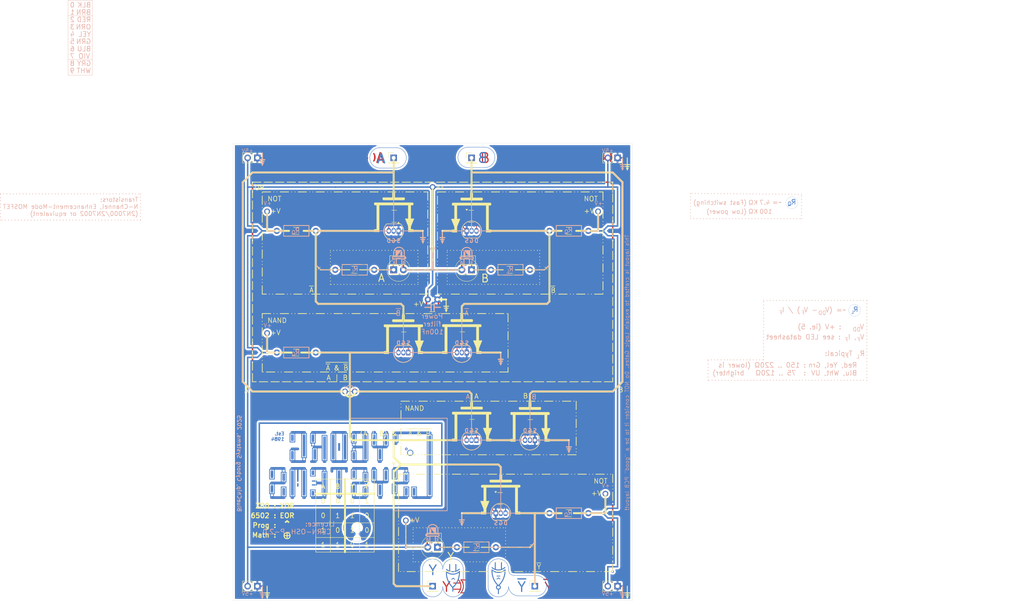
<source format=kicad_pcb>
(kicad_pcb (version 20241229) (generator "pcbnew") (generator_version "9.0")
  (layers (0 "F.Cu" signal) (2 "B.Cu" signal) (13 "F.Paste" user) (15 "B.Paste" user) (5 "F.SilkS" user "F.Silkscreen") (7 "B.SilkS" user "B.Silkscreen") (1 "F.Mask" user) (3 "B.Mask" user) (25 "Edge.Cuts" user))
  (net 0 "")
  (net 1 "Net-(A1-Pin_1)")
  (net 2 "Net-(B1-Pin_1)")
  (net 3 "GNDREF")
  (net 4 "Net-(Q15-S)")
  (net 5 "VDD")
  (net 6 "Net-(D1-K)")
  (net 7 "Net-(D12-K)")
  (net 8 "Net-(D13-K)")
  (net 9 "Net-(Q13-D)")
  (net 10 "Net-(Q13-S)")
  (net 11 "Net-(Q1-D)")
  (net 12 "Net-(Q17-D)")
  (net 13 "Net-(Q12-D)")
  (footprint "Package_TO_SOT_SMD:SOT-23" (layer "F.Cu") (at 115.411998 132.08)
    (property "Reference" "Q17" (hide yes))
    (property "Value" "2N7000" (hide yes))
  )
  (footprint "Resistor_SMD:R_1206_3216Metric" (layer "F.Cu") (at 62.23 62.23)
    (property "Reference" "R11" (hide yes))
    (property "Value" "R" (hide yes))
  )
  (footprint "Package_TO_SOT_SMD:SOT-23" (layer "F.Cu") (at 107.848262 58.418857)
    (property "Reference" "Q12" (hide yes))
    (property "Value" "2N7000" (hide yes))
  )
  (footprint "LED_SMD:LED_1206_3216Metric" (layer "F.Cu") (at 97.79 142.238724 180)
    (property "Reference" "D13" (hide yes))
    (property "Value" "LED" (hide yes))
  )
  (footprint "Resistor_THT:R_Axial_DIN0207_L6.3mm_D2.5mm_P10.16mm_Horizontal" (layer "F.Cu") (at 128.27 135.888724)
    (property "Reference" "R6" (hide yes))
    (property "Value" "R" (hide yes))
  )
  (footprint "Connector_PinHeader_2.54mm:PinHeader_1x01_P2.54mm_Vertical" (layer "F.Cu") (at 107.95 43.18)
    (property "Reference" "B1" (hide yes))
    (property "Value" "Conn_01x01_Pin" (hide yes))
  )
  (footprint "Connector_PinHeader_2.54mm:PinHeader_1x01_P2.54mm_Vertical" (layer "F.Cu") (at 87.63 43.18)
    (property "Reference" "A1" (hide yes))
    (property "Value" "Conn_01x01_Pin" (hide yes))
  )
  (footprint "Package_TO_SOT_THT:TO-92_Inline" (layer "F.Cu") (at 91.439999 93.98 180)
    (property "Reference" "Q3" (hide yes))
    (property "Value" "2N7000" (hide yes))
  )
  (footprint "Package_TO_SOT_THT:TO-92_Inline" (layer "F.Cu") (at 88.9 62.23 180)
    (property "Reference" "Q1" (hide yes))
    (property "Value" "2N7000" (hide yes))
  )
  (footprint "Connector_PinSocket_2.54mm:PinSocket_1x02_P2.54mm_Vertical" (layer "F.Cu") (at 52.07 43.18 -90)
    (property "Reference" "J1" (hide yes))
    (property "Value" "Conn_01x02_Pin" (hide yes))
  )
  (footprint "Resistor_THT:R_Axial_DIN0207_L6.3mm_D2.5mm_P10.16mm_Horizontal" (layer "F.Cu") (at 57.15 93.98)
    (property "Reference" "R5" (hide yes))
    (property "Value" "R" (hide yes))
  )
  (footprint "Package_TO_SOT_SMD:SOT-23" (layer "F.Cu") (at 105.552189 90.141708 180)
    (property "Reference" "Q14" (hide yes))
    (property "Value" "2N7000" (hide yes))
  )
  (footprint "Resistor_THT:R_Axial_DIN0207_L6.3mm_D2.5mm_P10.16mm_Horizontal" (layer "F.Cu") (at 123.19 72.39 180)
    (property "Reference" "R4" (hide yes))
    (property "Value" "R" (hide yes))
  )
  (footprint "LED_SMD:LED_1206_3216Metric" (layer "F.Cu") (at 106.68 69.85 180)
    (property "Reference" "D12" (hide yes))
    (property "Value" "LED" (hide yes))
  )
  (footprint "Package_TO_SOT_THT:TO-92_Inline" (layer "F.Cu") (at 124.46 116.84 180)
    (property "Reference" "Q6" (hide yes))
    (property "Value" "2N7000" (hide yes))
  )
  (footprint "Resistor_THT:R_Axial_DIN0207_L6.3mm_D2.5mm_P10.16mm_Horizontal" (layer "F.Cu") (at 128.27 62.23)
    (property "Reference" "R2" (hide yes))
    (property "Value" "R" (hide yes))
  )
  (footprint "Resistor_THT:R_Axial_DIN0207_L6.3mm_D2.5mm_P10.16mm_Horizontal" (layer "F.Cu") (at 72.39 72.39)
    (property "Reference" "R3" (hide yes))
    (property "Value" "R" (hide yes))
  )
  (footprint "Connector_PinSocket_2.54mm:PinSocket_1x02_P2.54mm_Vertical" (layer "F.Cu") (at 146.05 154.94 -90)
    (property "Reference" "J3" (hide yes))
    (property "Value" "Conn_01x02_Pin" (hide yes))
  )
  (footprint "Capacitor_SMD:C_1206_3216Metric_Pad1.33x1.80mm_HandSolder" (layer "F.Cu") (at 97.7465 82.423)
    (property "Reference" "C2" (hide yes))
    (property "Value" "C_Small")
  )
  (footprint "Package_TO_SOT_THT:TO-92_Inline" (layer "F.Cu") (at 106.68 62.23)
    (property "Reference" "Q2" (hide yes))
    (property "Value" "2N7000" (hide yes))
  )
  (footprint "LED_THT:LED_D1.8mm_W3.3mm_H2.4mm" (layer "F.Cu") (at 87.63 72.39)
    (property "Reference" "D1" (hide yes))
    (property "Value" "LED" (hide yes))
  )
  (footprint "Package_TO_SOT_THT:TO-92_Inline" (layer "F.Cu") (at 114.277544 135.89)
    (property "Reference" "Q7" (hide yes))
    (property "Value" "2N7000" (hide yes))
  )
  (footprint "Connector_PinSocket_2.54mm:PinSocket_1x02_P2.54mm_Vertical" (layer "F.Cu") (at 146.05 43.18 -90)
    (property "Reference" "J4" (hide yes))
    (property "Value" "Conn_01x02_Pin" (hide yes))
  )
  (footprint "Connector_PinHeader_2.54mm:PinHeader_1x01_P2.54mm_Vertical" (layer "F.Cu") (at 97.79 154.94)
    (property "Reference" "Y1" (hide yes))
    (property "Value" "Conn_01x01_Pin" (hide yes))
  )
  (footprint "Resistor_THT:R_Axial_DIN0207_L6.3mm_D2.5mm_P10.16mm_Horizontal" (layer "F.Cu") (at 57.15 62.23)
    (property "Reference" "R1" (hide yes))
    (property "Value" "R" (hide yes))
  )
  (footprint "Package_TO_SOT_THT:TO-92_Inline" (layer "F.Cu") (at 106.679999 93.98 180)
    (property "Reference" "Q4" (hide yes))
    (property "Value" "2N7000" (hide yes))
  )
  (footprint "Resistor_SMD:R_1206_3216Metric" (layer "F.Cu") (at 133.35 135.888724)
    (property "Reference" "R16" (hide yes))
    (property "Value" "R" (hide yes))
  )
  (footprint "Capacitor_THT:C_Disc_D3.0mm_W2.0mm_P2.50mm" (layer "F.Cu") (at 96.54 80.137)
    (property "Reference" "C1" (hide yes))
    (property "Value" "C_Small" (hide yes))
  )
  (footprint "Package_TO_SOT_SMD:SOT-23" (layer "F.Cu") (at 123.299362 113.028628 180)
    (property "Reference" "Q16" (hide yes))
    (property "Value" "2N7000" (hide yes))
  )
  (footprint "Connector_PinSocket_2.54mm:PinSocket_1x02_P2.54mm_Vertical" (layer "F.Cu") (at 52.07 154.94 -90)
    (property "Reference" "J2" (hide yes))
    (property "Value" "Conn_01x02_Pin" (hide yes))
  )
  (footprint "Resistor_SMD:R_1206_3216Metric" (layer "F.Cu") (at 77.37375 72.39)
    (property "Reference" "R13" (hide yes))
    (property "Value" "R" (hide yes))
  )
  (footprint "Package_TO_SOT_THT:TO-92_Inline" (layer "F.Cu") (at 109.22 116.84 180)
    (property "Reference" "Q5" (hide yes))
    (property "Value" "2N7000" (hide yes))
  )
  (footprint "LED_THT:LED_D1.8mm_W3.3mm_H2.4mm" (layer "F.Cu") (at 107.95 72.39 180)
    (property "Reference" "D2" (hide yes))
    (property "Value" "LED" (hide yes))
  )
  (footprint "Resistor_SMD:R_1206_3216Metric" (layer "F.Cu") (at 133.35 62.23)
    (property "Reference" "R12" (hide yes))
    (property "Value" "R" (hide yes))
  )
  (footprint "LED_SMD:LED_1206_3216Metric" (layer "F.Cu") (at 88.9 69.85)
    (property "Reference" "D11" (hide yes))
    (property "Value" "LED" (hide yes))
  )
  (footprint "Resistor_SMD:R_1206_3216Metric" (layer "F.Cu") (at 117.9175 72.39 180)
    (property "Reference" "R14" (hide yes))
    (property "Value" "R" (hide yes))
  )
  (footprint "Connector_PinHeader_2.54mm:PinHeader_1x01_P2.54mm_Vertical" (layer "F.Cu") (at 124.46 154.94)
    (property "Reference" "~{Y}1" (hide yes))
    (property "Value" "Conn_01x01_Pin" (hide yes))
  )
  (footprint "Resistor_SMD:R_1206_3216Metric" (layer "F.Cu") (at 109.22 144.778724 180)
    (property "Reference" "R17" (hide yes))
    (property "Value" "R" (hide yes))
  )
  (footprint "Resistor_SMD:R_1206_3216Metric" (layer "F.Cu") (at 62.23 93.98)
    (property "Reference" "R15" (hide yes))
    (property "Value" "R" (hide yes))
  )
  (footprint "LED_THT:LED_D1.8mm_W3.3mm_H2.4mm" (layer "F.Cu") (at 99.06 144.778724 180)
    (property "Reference" "D3" (hide yes))
    (property "Value" "LED" (hide yes))
  )
  (footprint "Package_TO_SOT_SMD:SOT-23" (layer "F.Cu") (at 108.074738 112.988997 180)
    (property "Reference" "Q15" (hide yes))
    (property "Value" "2N7000" (hide yes))
  )
  (footprint "Package_TO_SOT_SMD:SOT-23" (layer "F.Cu") (at 90.281495 90.17 180)
    (property "Reference" "Q13" (hide yes))
    (property "Value" "2N7000" (hide yes))
  )
  (footprint "Resistor_THT:R_Axial_DIN0207_L6.3mm_D2.5mm_P10.16mm_Horizontal" (layer "F.Cu") (at 114.3 144.778724 180)
    (property "Reference" "R7" (hide yes))
    (property "Value" "R" (hide yes))
  )
  (footprint "Package_TO_SOT_SMD:SOT-23" (layer "F.Cu") (at 87.73705 58.40864 180)
    (property "Reference" "Q11" (hide yes))
    (property "Value" "2N7000" (hide yes))
  )
  (gr_arc (start 105.19753 153.278467) (mid 107.426002 153.659096) (end 109.289757 154.9387) (stroke (width 0.254)) (layer "F.Cu"))
  (gr_arc (start 109.285698 154.937924) (mid 107.413388 156.262098) (end 105.155366 156.662496) (stroke (width 0.254)) (layer "F.Cu"))
  (gr_arc (start 132.270654 153.279767) (mid 134.499126 153.660396) (end 136.362881 154.94) (stroke (width 0.254)) (layer "F.Cu"))
  (gr_line (start 105.040021 155.73339) (end 103.2828 155.73339) (stroke (width 0.254)) (layer "F.Cu"))
  (gr_line (start 132.270654 153.279767) (end 132.270452 153.281241) (stroke (width 0.254)) (layer "F.Cu"))
  (gr_arc (start 104.574791 153.289369) (mid 105.17728 154.976275) (end 104.527247 156.645437) (stroke (width 0.254)) (layer "F.Cu"))
  (gr_line (start 123.825 43.179224) (end 123.829059 43.18) (stroke (width 0.254)) (layer "F.Cu"))
  (gr_line (start 58.87618 44.850911) (end 58.876586 44.850371) (stroke (width 0.254)) (layer "F.Cu"))
  (gr_arc (start 119.736832 41.519767) (mid 121.965301 41.900401) (end 123.829059 43.18) (stroke (width 0.254)) (layer "F.Cu"))
  (gr_arc (start 58.918548 41.467816) (mid 59.542935 43.167447) (end 58.87618 44.850911) (stroke (width 0.254)) (layer "F.Cu"))
  (gr_line (start 119.579323 43.97469) (end 117.822102 43.97469) (stroke (width 0.254)) (layer "F.Cu"))
  (gr_circle (center 124.333 43.18) (end 124.841 43.18) (stroke (width 0.254)) (fill no) (layer "F.Cu"))
  (gr_arc (start 131.647915 153.290669) (mid 132.250404 154.977575) (end 131.600371 156.646737) (stroke (width 0.254)) (layer "F.Cu"))
  (gr_line (start 126.800961 153.162) (end 129.152683 153.162) (stroke (width 0.3175)) (layer "F.Cu"))
  (gr_arc (start 58.296011 41.477244) (mid 58.89848 43.164145) (end 58.248467 44.833312) (stroke (width 0.254)) (layer "F.Cu"))
  (gr_arc (start 136.358822 154.939224) (mid 134.486512 156.263398) (end 132.22849 156.663796) (stroke (width 0.254)) (layer "F.Cu"))
  (gr_circle (center 136.779 154.94) (end 137.287 154.94) (stroke (width 0.254)) (fill no) (layer "F.Cu"))
  (gr_arc (start 119.114093 41.530669) (mid 119.716576 43.217575) (end 119.066549 44.886737) (stroke (width 0.254)) (layer "F.Cu"))
  (gr_arc (start 58.91875 41.466342) (mid 61.147216 41.84698) (end 63.010977 43.126575) (stroke (width 0.254)) (layer "F.Cu"))
  (gr_line (start 119.579323 42.365541) (end 117.822102 42.365541) (stroke (width 0.254)) (layer "F.Cu"))
  (gr_line (start 58.761241 43.921265) (end 57.00402 43.921265) (stroke (width 0.254)) (layer "F.Cu"))
  (gr_line (start 119.736832 41.519767) (end 119.73663 41.521241) (stroke (width 0.254)) (layer "F.Cu"))
  (gr_line (start 137.414 154.939991) (end 138.43 154.94) (stroke (width 0.254)) (layer "F.Cu"))
  (gr_line (start 105.19753 153.278467) (end 105.197328 153.279941) (stroke (width 0.254)) (layer "F.Cu"))
  (gr_line (start 109.285698 154.937924) (end 109.289757 154.9387) (stroke (width 0.254)) (layer "F.Cu"))
  (gr_line (start 63.006918 43.125799) (end 63.010977 43.126575) (stroke (width 0.254)) (layer "F.Cu"))
  (gr_line (start 124.890916 43.179991) (end 125.984 43.18) (stroke (width 0.254)) (layer "F.Cu"))
  (gr_arc (start 132.270452 153.281241) (mid 132.894838 154.980873) (end 132.228084 156.664336) (stroke (width 0.254)) (layer "F.Cu"))
  (gr_line (start 119.694262 44.904336) (end 119.694668 44.903796) (stroke (width 0.254)) (layer "F.Cu"))
  (gr_line (start 132.113145 154.125541) (end 130.355924 154.125541) (stroke (width 0.254)) (layer "F.Cu"))
  (gr_line (start 128.778 41.656) (end 130.302 41.656) (stroke (width 0.254)) (layer "F.Cu"))
  (gr_arc (start 119.73663 41.521241) (mid 120.36103 43.220877) (end 119.694262 44.904336) (stroke (width 0.254)) (layer "F.Cu"))
  (gr_line (start 109.28976 154.9387) (end 110.2678 154.9387) (stroke (width 0.254)) (layer "F.Cu"))
  (gr_line (start 132.113145 155.73469) (end 130.355924 155.73469) (stroke (width 0.254)) (layer "F.Cu"))
  (gr_arc (start 63.006918 43.125799) (mid 61.134613 44.45) (end 58.876586 44.850371) (stroke (width 0.254)) (layer "F.Cu"))
  (gr_arc (start 105.197328 153.279941) (mid 105.821714 154.979573) (end 105.15496 156.663036) (stroke (width 0.254)) (layer "F.Cu"))
  (gr_line (start 58.91875 41.466342) (end 58.918548 41.467816) (stroke (width 0.254)) (layer "F.Cu"))
  (gr_line (start 132.228084 156.664336) (end 132.22849 156.663796) (stroke (width 0.254)) (layer "F.Cu"))
  (gr_line (start 105.040021 154.124241) (end 103.2828 154.124241) (stroke (width 0.254)) (layer "F.Cu"))
  (gr_line (start 63.01098 43.126575) (end 63.98902 43.126575) (stroke (width 0.254)) (layer "F.Cu"))
  (gr_arc (start 123.825 43.179224) (mid 121.95269 44.503402) (end 119.694668 44.903796) (stroke (width 0.254)) (layer "F.Cu"))
  (gr_line (start 105.15496 156.663036) (end 105.155366 156.662496) (stroke (width 0.254)) (layer "F.Cu"))
  (gr_line (start 58.761241 42.312116) (end 57.00402 42.312116) (stroke (width 0.254)) (layer "F.Cu"))
  (gr_line (start 132.588 41.656) (end 137.922 41.656) (stroke (width 0.254)) (layer "F.Cu"))
  (gr_line (start 61.341 131.826) (end 61.087 131.826) (stroke (width 0.7112)) (layer "B.Cu"))
  (gr_rect (start 79.883 124.46) (end 80.645 125.222) (stroke (width 0.2)) (fill no) (layer "B.Cu"))
  (gr_circle (center 79.859643 142.38104) (end 79.910443 142.40644) (stroke (width 0.508)) (fill no) (layer "B.Cu"))
  (gr_line (start 116.680698 150.683755) (end 116.680158 150.684161) (stroke (width 0.254)) (layer "B.Cu") (net 9))
  (gr_arc (start 100.457 155.067) (mid 97.79 157.734) (end 95.123 155.067) (stroke (width 0.1)) (layer "B.Cu"))
  (gr_arc (start 88.265 40.513) (mid 90.932 43.18) (end 88.265 45.847) (stroke (width 0.1)) (layer "B.Cu"))
  (gr_arc (start 76.629222 142.828024) (mid 78.119209 136.24129) (end 79.555027 142.840044) (stroke (width 0.2)) (layer "B.Cu"))
  (gr_circle (center 79.537283 142.74715) (end 79.537283 142.74715) (stroke (width 0.254)) (fill no) (layer "B.Cu"))
  (gr_rect (start 58.293 129.032) (end 59.563 131.572) (stroke (width 0.2)) (fill no) (layer "B.Cu"))
  (gr_line (start 84.201 122.428) (end 83.82 122.428) (stroke (width 0.7112)) (layer "B.Cu"))
  (gr_line (start 69.723 114.808) (end 66.421 114.808) (stroke (width 0.7112)) (layer "B.Cu"))
  (gr_line (start 82.677 114.808) (end 82.296 114.808) (stroke (width 0.7112)) (layer "B.Cu"))
  (gr_arc (start 120.269 157.48) (mid 118.475195 156.786614) (end 117.614123 155.067) (stroke (width 0.1)) (layer "B.Cu"))
  (gr_arc (start 112.268 150.215427) (mid 115.074977 147.817042) (end 117.616613 150.495) (stroke (width 0.1)) (layer "B.Cu"))
  (gr_line (start 69.723 122.428) (end 69.469 122.428) (stroke (width 0.7112)) (layer "B.Cu"))
  (gr_rect (start 90.297 129.032) (end 91.567 131.572) (stroke (width 0.2)) (fill no) (layer "B.Cu"))
  (gr_line (start 104.783039 151.140213) (end 104.782499 151.140619) (stroke (width 0.254)) (layer "B.Cu"))
  (gr_circle (center 76.194569 142.264025) (end 76.245369 142.289425) (stroke (width 0.508)) (fill no) (layer "B.Cu"))
  (gr_line (start 103.853393 151.025274) (end 103.853393 149.268053) (stroke (width 0.254)) (layer "B.Cu"))
  (gr_arc (start 124.841 152.146006) (mid 127.507994 154.813) (end 124.841 157.479994) (stroke (width 0.1)) (layer "B.Cu"))
  (gr_arc (start 104.76544 150.5125) (mid 103.096278 151.162533) (end 101.409372 150.560044) (stroke (width 0.254)) (layer "B.Cu"))
  (gr_line (start 112.268 155.067) (end 112.268 150.241) (stroke (width 0.1)) (layer "B.Cu"))
  (gr_rect (start 55.499 130.81) (end 56.261 131.572) (stroke (width 0.2)) (fill no) (layer "B.Cu"))
  (gr_line (start 124.841 152.146) (end 120.015 152.146) (stroke (width 0.1)) (layer "B.Cu"))
  (gr_circle (center 79.086044 141.318154) (end 79.136844 141.343554) (stroke (width 0.508)) (fill no) (layer "B.Cu"))
  (gr_line (start 113.296129 150.726325) (end 113.297603 150.726123) (stroke (width 0.254)) (layer "B.Cu") (net 9))
  (gr_line (start 111.379 40.386) (end 107.061 40.386) (stroke (width 0.1)) (layer "B.Cu"))
  (gr_line (start 69.723 131.826) (end 66.421 131.826) (stroke (width 0.7112)) (layer "B.Cu"))
  (gr_rect (start 81.915 124.46) (end 83.185 127.762) (stroke (width 0.2)) (fill no) (layer "B.Cu"))
  (gr_rect (start 63.627 115.062) (end 64.897 121.412) (stroke (width 0.2)) (fill no) (layer "B.Cu"))
  (gr_circle (center 91.948 120.142) (end 91.44 120.65) (stroke (width 0.2)) (fill no) (layer "B.Cu"))
  (gr_circle (center 79.2226 141.173168) (end 79.2734 141.198568) (stroke (width 0.508)) (fill no) (layer "B.Cu"))
  (gr_line (start 97.155 114.935) (end 88.011 114.935) (stroke (width 0.7112)) (layer "B.Cu"))
  (gr_line (start 68.707 128.016) (end 67.691 128.016) (stroke (width 0.7112)) (layer "B.Cu"))
  (gr_rect (start 52.578 112.395) (end 100.203 133.985) (stroke (width 0.4)) (fill no) (layer "B.Cu"))
  (gr_rect (start 84.963 124.46) (end 86.233 127.762) (stroke (width 0.2)) (fill no) (layer "B.Cu"))
  (gr_arc (start 104.783039 151.140213) (mid 103.099576 151.806967) (end 101.399944 151.182581) (stroke (width 0.254)) (layer "B.Cu"))
  (gr_line (start 85.725 118.618) (end 82.423 118.618) (stroke (width 0.7112)) (layer "B.Cu"))
  (gr_line (start 101.39847 151.182783) (end 101.399944 151.182581) (stroke (width 0.254)) (layer "B.Cu"))
  (gr_rect (start 87.249 124.46) (end 88.519 127) (stroke (width 0.2)) (fill no) (layer "B.Cu"))
  (gr_rect (start 60.579 115.062) (end 61.849 117.348) (stroke (width 0.2)) (fill no) (layer "B.Cu"))
  (gr_rect (start 76.581 124.46) (end 77.851 127) (stroke (width 0.2)) (fill no) (layer "B.Cu"))
  (gr_line (start 62.611 128.27) (end 62.611 128.778) (stroke (width 0.4064)) (layer "B.Cu"))
  (gr_line (start 71.501 124.206) (end 71.501 124.968) (stroke (width 0.7112)) (layer "B.Cu"))
  (gr_line (start 75.057 122.428) (end 71.755 122.428) (stroke (width 0.7112)) (layer "B.Cu"))
  (gr_arc (start 117.602 155.067) (mid 114.935 157.734) (end 112.268 155.067) (stroke (width 0.1)) (layer "B.Cu"))
  (gr_rect (start 74.295 115.062) (end 75.565 122.174) (stroke (width 0.2)) (fill no) (layer "B.Cu"))
  (gr_rect (start 79.629 115.062) (end 80.899 122.174) (stroke (width 0.2)) (fill no) (layer "B.Cu"))
  (gr_arc (start 76.299479 141.4865) (mid 78.117764 137.16) (end 79.892474 141.504555) (stroke (width 2.032)) (layer "B.Cu"))
  (gr_line (start 84.328 131.826) (end 83.947 131.826) (stroke (width 0.7112)) (layer "B.Cu"))
  (gr_line (start 91.059 128.016) (end 87.757 128.016) (stroke (width 0.7112)) (layer "B.Cu"))
  (gr_circle (center 76.404221 142.366413) (end 76.455021 142.391813) (stroke (width 0.508)) (fill no) (layer "B.Cu"))
  (gr_rect (start 76.835 117.602) (end 77.597 118.364) (stroke (width 0.2)) (fill no) (layer "B.Cu"))
  (gr_rect (start 90.297 125.222) (end 91.567 127.762) (stroke (width 0.2)) (fill no) (layer "B.Cu"))
  (gr_rect (start 69.215 131.064) (end 69.977 131.572) (stroke (width 0.2)) (fill no) (layer "B.Cu"))
  (gr_arc (start 116.663099 150.056042) (mid 114.993937 150.706075) (end 113.307031 150.103586) (stroke (width 0.254)) (layer "B.Cu"))
  (gr_rect (start 58.547 124.46) (end 59.309 125.222) (stroke (width 0.2)) (fill no) (layer "B.Cu"))
  (gr_line (start 114.956353 155.869671) (end 114.956362 156.885671) (stroke (width 0.254)) (layer "B.Cu") (net 9))
  (gr_line (start 75.057 114.808) (end 71.755 114.808) (stroke (width 0.7112)) (layer "B.Cu"))
  (gr_rect (start 55.245 128.27) (end 56.515 130.81) (stroke (width 0.2)) (fill no) (layer "B.Cu"))
  (gr_arc (start 111.379 40.386) (mid 114.046 43.053) (end 111.379 45.72) (stroke (width 0.1)) (layer "B.Cu"))
  (gr_arc (start 114.956362 154.818552) (mid 113.676758 152.954797) (end 113.296129 150.726325) (stroke (width 0.254)) (layer "B.Cu") (net 9))
  (gr_line (start 102.244244 151.025274) (end 102.244244 149.268053) (stroke (width 0.254)) (layer "B.Cu"))
  (gr_line (start 75.311 124.206) (end 71.755 124.206) (stroke (width 0.7112)) (layer "B.Cu"))
  (gr_arc (start 107.061 45.72) (mid 104.394 43.053) (end 107.061 40.386) (stroke (width 0.1)) (layer "B.Cu"))
  (gr_line (start 67.437 127.508) (end 67.437 128.524) (stroke (width 0.3048)) (layer "B.Cu"))
  (gr_rect (start 76.835 118.872) (end 77.597 119.634) (stroke (width 0.2)) (fill no) (layer "B.Cu"))
  (gr_line (start 88.261253 117.719531) (end 87.880253 117.719531) (stroke (width 0.7112)) (layer "B.Cu"))
  (gr_rect (start 65.913 124.46) (end 67.183 126.238) (stroke (width 0.2)) (fill no) (layer "B.Cu"))
  (gr_circle (center 114.956362 155.234671) (end 114.956362 155.742671) (stroke (width 0.254)) (fill no) (layer "B.Cu") (net 9))
  (gr_line (start 84.074 45.847) (end 88.265 45.847) (stroke (width 0.1)) (layer "B.Cu"))
  (gr_rect (start 76.581 128.27) (end 77.851 130.81) (stroke (width 0.2)) (fill no) (layer "B.Cu"))
  (gr_rect (start 68.961 124.968) (end 70.231 131.064) (stroke (width 0.2)) (fill no) (layer "B.Cu"))
  (gr_line (start 64.389 122.428) (end 61.087 122.428) (stroke (width 0.7112)) (layer "B.Cu"))
  (gr_line (start 88.265 40.513) (end 83.947 40.513) (stroke (width 0.1)) (layer "B.Cu"))
  (gr_rect (start 68.961 115.57) (end 70.231 122.174) (stroke (width 0.2)) (fill no) (layer "B.Cu"))
  (gr_line (start 78.9686 141.376368) (end 79.5782 142.544768) (stroke (width 0.508)) (layer "B.Cu"))
  (gr_rect (start 92.329 129.032) (end 93.599 131.572) (stroke (width 0.2)) (fill no) (layer "B.Cu"))
  (gr_line (start 68.707 118.618) (end 66.929 118.618) (stroke (width 0.7112)) (layer "B.Cu"))
  (gr_rect (start 60.579 124.46) (end 61.849 131.572) (stroke (width 0.2)) (fill no) (layer "B.Cu"))
  (gr_line (start 67.183 122.428) (end 66.167 122.428) (stroke (width 0.7112)) (layer "B.Cu"))
  (gr_curve (pts (xy 120.015 152.146) (xy 118.237 152.146) (xy 117.729 152.019) (xy 117.616613 150.495)) (stroke (width 0.1)) (layer "B.Cu"))
  (gr_arc (start 105.791 155.067) (mid 103.124 157.734) (end 100.457 155.067) (stroke (width 0.1)) (layer "B.Cu"))
  (gr_arc (start 95.123 150.495) (mid 97.79 147.828) (end 100.457 150.495) (stroke (width 0.1)) (layer "B.Cu"))
  (gr_rect (start 65.913 129.794) (end 67.183 131.572) (stroke (width 0.2)) (fill no) (layer "B.Cu"))
  (gr_line (start 85.852 127.762) (end 82.423 127.762) (stroke (width 0.7112)) (layer "B.Cu"))
  (gr_line (start 59.055 124.206) (end 55.753 124.206) (stroke (width 0.7112)) (layer "B.Cu"))
  (gr_line (start 62.611 124.46) (end 62.611 127.508) (stroke (width 0.4064)) (layer "B.Cu"))
  (gr_line (start 107.061 45.72) (end 111.379 45.72) (stroke (width 0.1)) (layer "B.Cu"))
  (gr_arc (start 116.680698 150.683755) (mid 114.997235 151.350509) (end 113.297603 150.726123) (stroke (width 0.254)) (layer "B.Cu") (net 9))
  (gr_line (start 64.389 131.826) (end 64.135 131.826) (stroke (width 0.7112)) (layer "B.Cu"))
  (gr_rect (start 65.913 115.062) (end 67.183 117.602) (stroke (width 0.2)) (fill no) (layer "B.Cu"))
  (gr_line (start 115.751052 150.568816) (end 115.751052 148.811595) (stroke (width 0.254)) (layer "B.Cu"))
  (gr_line (start 122.10549 153.035) (end 120.015 153.035) (stroke (width 0.3175)) (layer "B.Cu"))
  (gr_line (start 91.059 124.206) (end 87.757 124.206) (stroke (width 0.7112)) (layer "B.Cu"))
  (gr_circle (center 79.6544 142.468568) (end 79.7052 142.493968) (stroke (width 0.508)) (fill no) (layer "B.Cu"))
  (gr_line (start 66.421 127.508) (end 67.437 127.508) (stroke (width 0.3048)) (layer "B.Cu"))
  (gr_arc (start 104.782499 151.140619) (mid 104.382101 153.398641) (end 103.057927 155.270951) (stroke (width 0.254)) (layer "B.Cu"))
  (gr_rect (start 79.629 129.032) (end 80.899 131.572) (stroke (width 0.2)) (fill no) (layer "B.Cu"))
  (gr_rect (start 71.247 115.062) (end 72.517 122.174) (stroke (width 0.2)) (fill no) (layer "B.Cu"))
  (gr_line (start 64.389 124.206) (end 61.087 124.206) (stroke (width 0.7112)) (layer "B.Cu"))
  (gr_line (start 85.852 114.808) (end 85.471 114.808) (stroke (width 0.7112)) (layer "B.Cu"))
  (gr_circle (center 76.994172 141.201139) (end 77.044972 141.226539) (stroke (width 0.508)) (fill no) (layer "B.Cu"))
  (gr_rect (start 87.503 115.189) (end 88.773 117.475) (stroke (width 0.2)) (fill no) (layer "B.Cu"))
  (gr_line (start 69.723 124.206) (end 66.421 124.206) (stroke (width 0.7112)) (layer "B.Cu"))
  (gr_arc (start 84.074 45.847) (mid 81.407 43.18) (end 84.074 40.513) (stroke (width 0.1)) (layer "B.Cu"))
  (gr_arc (start 116.680158 150.684161) (mid 116.27976 152.942183) (end 114.955586 154.814493) (stroke (width 0.254)) (layer "B.Cu") (net 9))
  (gr_line (start 85.852 124.206) (end 85.471 124.206) (stroke (width 0.7112)) (layer "B.Cu"))
  (gr_rect (start 66.421 118.872) (end 67.691 122.174) (stroke (width 0.2)) (fill no) (layer "B.Cu"))
  (gr_circle (center 207.90228 82.960568) (end 206.390736 83.280511) (stroke (width 0.0254) (type dash_dot)) (fill no) (layer "B.Cu"))
  (gr_circle (center 191.516 54.905218) (end 190.004456 55.225161) (stroke (width 0.0254)) (fill no) (layer "B.Cu"))
  (gr_rect (start 66.167 117.602) (end 66.929 118.364) (stroke (width 0.2)) (fill no) (layer "B.Cu"))
  (gr_line (start 103.058703 155.275013) (end 103.058703 156.253053) (stroke (width 0.254)) (layer "B.Cu"))
  (gr_line (start 95.123 155.067) (end 95.123 150.495) (stroke (width 0.1)) (layer "B.Cu"))
  (gr_circle (center 77.13069 141.313278) (end 77.18149 141.338678) (stroke (width 0.508)) (fill no) (layer "B.Cu"))
  (gr_line (start 73.533 131.826) (end 73.152 131.826) (stroke (width 0.7112)) (layer "B.Cu"))
  (gr_line (start 80.391 122.428) (end 77.089 122.428) (stroke (width 0.7112)) (layer "B.Cu"))
  (gr_rect (start 87.503 130.81) (end 88.265 131.572) (stroke (width 0.2)) (fill no) (layer "B.Cu"))
  (gr_rect (start 76.835 130.81) (end 77.597 131.572) (stroke (width 0.2)) (fill no) (layer "B.Cu"))
  (gr_line (start 64.389 114.808) (end 61.087 114.808) (stroke (width 0.7112)) (layer "B.Cu"))
  (gr_line (start 59.055 128.016) (end 55.753 128.016) (stroke (width 0.7112)) (layer "B.Cu"))
  (gr_line (start 105.791 150.495) (end 105.791 155.067) (stroke (width 0.1)) (layer "B.Cu"))
  (gr_rect (start 58.293 125.222) (end 59.563 127.762) (stroke (width 0.2)) (fill no) (layer "B.Cu"))
  (gr_rect (start 90.551 124.46) (end 91.313 125.222) (stroke (width 0.2)) (fill no) (layer "B.Cu"))
  (gr_circle (center 80.018914 142.273776) (end 80.069714 142.299176) (stroke (width 0.508)) (fill no) (layer "B.Cu"))
  (gr_line (start 91.059 131.826) (end 87.757 131.826) (stroke (width 0.7112)) (layer "B.Cu"))
  (gr_rect (start 76.581 115.062) (end 77.851 117.602) (stroke (width 0.2)) (fill no) (layer "B.Cu"))
  (gr_line (start 59.055 131.826) (end 55.753 131.826) (stroke (width 0.7112)) (layer "B.Cu"))
  (gr_line (start 103.057927 155.270951) (end 103.058703 155.27501) (stroke (width 0.254)) (layer "B.Cu"))
  (gr_rect (start 84.963 115.062) (end 86.233 118.364) (stroke (width 0.2)) (fill no) (layer "B.Cu"))
  (gr_rect (start 63.627 124.46) (end 64.897 131.572) (stroke (width 0.2)) (fill no) (layer "B.Cu"))
  (gr_rect (start 81.915 115.062) (end 83.185 118.364) (stroke (width 0.2)) (fill no) (layer "B.Cu"))
  (gr_rect (start 76.581 119.634) (end 77.851 122.174) (stroke (width 0.2)) (fill no) (layer "B.Cu"))
  (gr_line (start 97.155 131.826) (end 92.837 131.826) (stroke (width 0.7112)) (layer "B.Cu"))
  (gr_line (start 120.269 157.48) (end 124.841 157.48) (stroke (width 0.1)) (layer "B.Cu"))
  (gr_line (start 82.677 124.206) (end 82.296 124.206) (stroke (width 0.7112)) (layer "B.Cu"))
  (gr_rect (start 63.881 121.412) (end 64.643 122.174) (stroke (width 0.2)) (fill no) (layer "B.Cu"))
  (gr_line (start 62.611 119.126) (end 61.087 119.126) (stroke (width 0.7112)) (layer "B.Cu"))
  (gr_rect (start 83.439 128.143) (end 84.709 131.445) (stroke (width 0.2)) (fill no) (layer "B.Cu"))
  (gr_rect (start 96.393 115.316) (end 97.663 131.572) (stroke (width 0.2)) (fill no) (layer "B.Cu"))
  (gr_line (start 80.391 124.206) (end 77.089 124.206) (stroke (width 0.7112)) (layer "B.Cu"))
  (gr_arc (start 100.457 150.495) (mid 103.124 147.828) (end 105.791 150.495) (stroke (width 0.1)) (layer "B.Cu"))
  (gr_line (start 114.141903 150.568816) (end 114.141903 148.811595) (stroke (width 0.254)) (layer "B.Cu"))
  (gr_line (start 80.391 131.826) (end 77.089 131.826) (stroke (width 0.7112)) (layer "B.Cu"))
  (gr_line (start 67.437 128.524) (end 66.421 128.524) (stroke (width 0.3048)) (layer "B.Cu"))
  (gr_arc (start 103.058703 155.27501) (mid 101.779099 153.411255) (end 101.39847 151.182783) (stroke (width 0.254)) (layer "B.Cu"))
  (gr_circle (center 76.535863 142.45905) (end 76.586663 142.48445) (stroke (width 0.508)) (fill no) (layer "B.Cu"))
  (gr_rect (start 60.579 119.38) (end 61.849 122.174) (stroke (width 0.2)) (fill no) (layer "B.Cu"))
  (gr_rect (start 83.439 118.872) (end 84.709 122.174) (stroke (width 0.2)) (fill no) (layer "B.Cu"))
  (gr_line (start 75.311 124.206) (end 75.311 124.968) (stroke (width 0.7112)) (layer "B.Cu"))
  (gr_rect (start 55.245 124.46) (end 56.515 127) (stroke (width 0.2)) (fill no) (layer "B.Cu"))
  (gr_line (start 80.391 128.016) (end 77.089 128.016) (stroke (width 0.7112)) (layer "B.Cu"))
  (gr_rect (start 69.215 124.46) (end 69.977 124.968) (stroke (width 0.2)) (fill no) (layer "B.Cu"))
  (gr_circle (center 90.932 119.126) (end 90.932 119.38) (stroke (width 0.2)) (fill no) (layer "B.Cu"))
  (gr_rect (start 87.249 128.27) (end 88.519 130.81) (stroke (width 0.2)) (fill no) (layer "B.Cu"))
  (gr_line (start 79.375 118.618) (end 77.343 118.618) (stroke (width 0.7112)) (layer "B.Cu"))
  (gr_line (start 77.2922 141.350968) (end 76.6064 142.570168) (stroke (width 0.508)) (layer "B.Cu"))
  (gr_rect (start 79.629 125.222) (end 80.899 127.762) (stroke (width 0.2)) (fill no) (layer "B.Cu"))
  (gr_line (start 80.391 114.808) (end 77.089 114.808) (stroke (width 0.7112)) (layer "B.Cu"))
  (gr_rect (start 72.771 124.46) (end 74.041 131.572) (stroke (width 0.2)) (fill no) (layer "B.Cu"))
  (gr_circle (center 76.659914 142.733141) (end 76.659914 142.733141) (stroke (width 0.254)) (fill no) (layer "B.Cu"))
  (gr_circle (center 78.117764 139.7) (end 74.558046 139.709751) (stroke (width 0.0254)) (fill no) (layers "B.Cu" "B.Mask"))
  (gr_poly (pts (xy 113.250104 113.686502) (xy 112.122801 116.4728) (xy 110.997647 113.686404)) (stroke (width 0.1)) (fill yes) (layer "F.SilkS"))
  (gr_line (start 87.63 121.285) (end 89.535 123.19) (stroke (width 0.508)) (layer "F.SilkS"))
  (gr_line (start 87.63 72.39) (end 78.74 72.39) (stroke (width 0.254)) (layer "F.SilkS"))
  (gr_poly (pts (xy 92.913781 59.069661) (xy 91.786478 61.855959) (xy 90.661324 59.069563)) (stroke (width 0.1)) (fill yes) (layer "F.SilkS"))
  (gr_line (start 105.41 84.455) (end 105.41 81.915) (stroke (width 0.508)) (layer "F.SilkS"))
  (gr_line (start 147.955 156.70249) (end 149.225 156.70249) (stroke (width 0.254)) (layer "F.SilkS"))
  (gr_line (start 148.29897 45.83149) (end 148.904681 45.83149) (stroke (width 0.1)) (layer "F.SilkS"))
  (gr_line (start 113.03 116.84) (end 118.11 116.84) (stroke (width 0.508)) (layer "F.SilkS"))
  (gr_line (start 54.628955 158.00351) (end 54.61 154.94) (stroke (width 0.254)) (layer "F.SilkS"))
  (gr_line (start 114.935 123.19) (end 115.57 123.825) (stroke (width 0.508)) (layer "F.SilkS"))
  (gr_line (start 50.8 46.99) (end 48.26 49.53) (stroke (width 0.508)) (layer "F.SilkS"))
  (gr_line (start 115.560522 93.98) (end 110.49 93.98) (stroke (width 0.508)) (layer "F.SilkS"))
  (gr_line (start 100.33 62.23) (end 102.87 62.23) (stroke (width 0.508)) (layer "F.SilkS"))
  (gr_line (start 104.775 137.65249) (end 106.045 137.65249) (stroke (width 0.254)) (layer "F.SilkS"))
  (gr_line (start 127.635 81.28) (end 128.27 80.645) (stroke (width 0.508)) (layer "F.SilkS"))
  (gr_line (start 94.958091 64.88149) (end 95.563802 64.88149) (stroke (width 0.1)) (layer "F.SilkS"))
  (gr_line (start 67.945 71.755) (end 68.58 71.755) (stroke (width 0.1)) (layer "F.SilkS"))
  (gr_line (start 124.46 135.89) (end 131.445 135.89) (stroke (width 0.508)) (layer "F.SilkS"))
  (gr_line (start 124.46 135.89) (end 120.640275 135.89) (stroke (width 0.508)) (layer "F.SilkS"))
  (gr_line (start 148.601656 158.22649) (end 148.309747 157.59149) (stroke (width 0.1)) (layer "F.SilkS"))
  (gr_line (start 52.885274 44.18049) (end 53.81662 44.18049) (stroke (width 0.254)) (layer "F.SilkS"))
  (gr_line (start 123.19 106.968715) (end 123.19 104.775) (stroke (width 0.508)) (layer "F.SilkS"))
  (gr_circle (center 97.79 144.778724) (end 100.773671 145.199961) (stroke (width 0.1)) (fill no) (layer "F.SilkS"))
  (gr_line (start 54.935458 157.59149) (end 54.621656 158.22649) (stroke (width 0.1)) (layer "F.SilkS"))
  (gr_line (start 67.31 80.645) (end 67.31 71.12) (stroke (width 0.508)) (layer "F.SilkS"))
  (gr_poly (pts (xy 87.459155 85.995195) (xy 87.300405 85.836445) (xy 87.300405 85.479257) (xy 87.419467 85.360195) (xy 89.840405 85.360195) (xy 89.840405 84.090195) (xy 90.475405 84.090195) (xy 90.475405 85.360195) (xy 92.896343 85.360195) (xy 93.015405 85.479257) (xy 93.015405 85.836445) (xy 92.856655 85.995195)) (stroke (width 0.1)) (fill yes) (layer "F.SilkS"))
  (gr_poly (pts (xy 128.471337 113.760391) (xy 127.344034 116.546689) (xy 126.21888 113.760293)) (stroke (width 0.1)) (fill yes) (layer "F.SilkS"))
  (gr_line (start 100.868671 82.40749) (end 101.800017 82.40749) (stroke (width 0.254)) (layer "F.SilkS"))
  (gr_line (start 148.309747 157.59149) (end 148.915458 157.59149) (stroke (width 0.1)) (layer "F.SilkS"))
  (gr_poly (pts (xy 100.335447 94.27546) (xy 100.335447 93.64046) (xy 100.970447 93.64046) (xy 100.970447 87.29046) (xy 100.494197 87.29046) (xy 100.335447 87.13171) (xy 100.335447 86.774522) (xy 100.454509 86.65546) (xy 110.336697 86.65546) (xy 110.495447 86.81421) (xy 110.495447 87.171398) (xy 110.376385 87.29046) (xy 109.860447 87.29046) (xy 109.860447 93.64046) (xy 110.495447 93.64046) (xy 110.495447 94.27546) (xy 109.225447 94.27546) (xy 109.225447 87.29046) (xy 101.605447 87.29046) (xy 101.605447 94.27546)) (stroke (width 0.1)) (fill yes) (layer "F.SilkS"))
  (gr_line (start 68.58 72.39) (end 67.31 71.12) (stroke (width 0.254)) (layer "F.SilkS"))
  (gr_poly (pts (xy 110.666587 54.259024) (xy 110.825337 54.100274) (xy 110.825337 53.743086) (xy 110.706275 53.624024) (xy 108.285337 53.624024) (xy 108.285337 52.354024) (xy 107.650337 52.354024) (xy 107.650337 53.624024) (xy 105.229399 53.624024) (xy 105.110337 53.743086) (xy 105.110337 54.100274) (xy 105.269087 54.259024)) (stroke (width 0.1)) (fill yes) (layer "F.SilkS"))
  (gr_line (start 127 72.39) (end 119.38 72.39) (stroke (width 0.254)) (layer "F.SilkS"))
  (gr_poly (pts (xy 118.276862 127.855539) (xy 118.435612 127.696789) (xy 118.435612 127.339601) (xy 118.31655 127.220539) (xy 115.895612 127.220539) (xy 115.895612 125.950539) (xy 115.260612 125.950539) (xy 115.260612 127.220539) (xy 112.839674 127.220539) (xy 112.720612 127.339601) (xy 112.720612 127.696789) (xy 112.879362 127.855539)) (stroke (width 0.1)) (fill yes) (layer "F.SilkS"))
  (gr_line (start 69.92245 96.975866) (end 71.00045 96.975866) (stroke (width 0.15875)) (layer "F.SilkS"))
  (gr_line (start 148.416476 45.932543) (end 148.763524 45.932543) (stroke (width 0.2032)) (layer "F.SilkS"))
  (gr_line (start 148.493203 157.800656) (end 148.717 157.797412) (stroke (width 0.1)) (layer "F.SilkS"))
  (gr_line (start 114.925522 95.74249) (end 116.195522 95.74249) (stroke (width 0.254)) (layer "F.SilkS"))
  (gr_rect (start 50.8 49.53) (end 144.78 101.6) (stroke (width 0.2) (type dash)) (fill no) (layer "F.SilkS"))
  (gr_line (start 53.177253 44.662543) (end 53.524301 44.662543) (stroke (width 0.2032)) (layer "F.SilkS"))
  (gr_poly (pts (xy 102.906944 117.1078) (xy 102.906944 116.4728) (xy 103.541944 116.4728) (xy 103.541944 110.1228) (xy 103.065694 110.1228) (xy 102.906944 109.96405) (xy 102.906944 109.606862) (xy 103.026006 109.4878) (xy 112.908194 109.4878) (xy 113.066944 109.64655) (xy 113.066944 110.003738) (xy 112.947882 110.1228) (xy 112.431944 110.1228) (xy 112.431944 116.4728) (xy 113.066944 116.4728) (xy 113.066944 117.1078) (xy 111.796944 117.1078) (xy 111.796944 110.1228) (xy 104.176944 110.1228) (xy 104.176944 117.1078)) (stroke (width 0.1)) (fill yes) (layer "F.SilkS"))
  (gr_line (start 100.233203 65.090656) (end 100.457 65.087412) (stroke (width 0.1)) (layer "F.SilkS"))
  (gr_line (start 115.57 123.825) (end 115.57 125.950539) (stroke (width 0.508)) (layer "F.SilkS"))
  (gr_line (start 148.608955 158.00351) (end 148.59 154.94) (stroke (width 0.254)) (layer "F.SilkS"))
  (gr_line (start 77.47 104.14) (end 107.315 104.14) (stroke (width 0.508)) (layer "F.SilkS"))
  (gr_circle (center 106.68 72.39) (end 109.663671 72.811237) (stroke (width 0.1)) (fill no) (layer "F.SilkS"))
  (gr_line (start 123.19 104.775) (end 123.825 104.14) (stroke (width 0.508)) (layer "F.SilkS"))
  (gr_line (start 148.598178 46.24351) (end 148.579223 43.18) (stroke (width 0.254)) (layer "F.SilkS"))
  (gr_line (start 133.243725 119.700656) (end 133.467522 119.697412) (stroke (width 0.1)) (layer "F.SilkS"))
  (gr_line (start 105.247253 138.642543) (end 105.594301 138.642543) (stroke (width 0.2032)) (layer "F.SilkS"))
  (gr_poly (pts (xy 95.438902 90.881871) (xy 94.311599 93.668169) (xy 93.186445 90.881773)) (stroke (width 0.1)) (fill yes) (layer "F.SilkS"))
  (gr_rect (start 99.06 52.07) (end 142.24 78.74) (stroke (width 0.2) (type dash_dot_dot)) (fill no) (layer "F.SilkS"))
  (gr_line (start 69.92245 96.52) (end 75.678316 96.52) (stroke (width 0.15875)) (layer "F.SilkS"))
  (gr_line (start 54.447253 157.692543) (end 54.794301 157.692543) (stroke (width 0.2032)) (layer "F.SilkS"))
  (gr_line (start 124.46 143.51) (end 123.19 144.78) (stroke (width 0.254)) (layer "F.SilkS"))
  (gr_line (start 115.572178 97.26649) (end 115.280269 96.63149) (stroke (width 0.1)) (layer "F.SilkS"))
  (gr_line (start 87.63 46.99) (end 50.8 46.99) (stroke (width 0.508)) (layer "F.SilkS"))
  (gr_line (start 76.835 116.84) (end 76.2 116.205) (stroke (width 0.508)) (layer "F.SilkS"))
  (gr_arc (start 77.47 104.267) (mid 76.2 105.537) (end 74.93 104.267) (stroke (width 0.508)) (layer "F.SilkS"))
  (gr_line (start 115.463725 96.840656) (end 115.687522 96.837412) (stroke (width 0.1)) (layer "F.SilkS"))
  (gr_poly (pts (xy 113.03 62.566998) (xy 113.03 61.931998) (xy 112.395 61.931998) (xy 112.395 55.581998) (xy 112.87125 55.581998) (xy 113.03 55.423248) (xy 113.03 55.06606) (xy 112.910938 54.946998) (xy 103.02875 54.946998) (xy 102.87 55.105748) (xy 102.87 55.462936) (xy 102.989062 55.581998) (xy 103.505 55.581998) (xy 103.505 61.931998) (xy 102.87 61.931998) (xy 102.87 62.566998) (xy 104.14 62.566998) (xy 104.14 55.581998) (xy 111.76 55.581998) (xy 111.76 62.566998)) (stroke (width 0.1)) (fill yes) (layer "F.SilkS"))
  (gr_line (start 142.875 130.81) (end 142.875 135.888724) (stroke (width 0.508)) (layer "F.SilkS"))
  (gr_line (start 124.46 143.51) (end 124.46 135.89) (stroke (width 0.508)) (layer "F.SilkS"))
  (gr_line (start 148.124497 45.45049) (end 149.055843 45.45049) (stroke (width 0.254)) (layer "F.SilkS"))
  (gr_line (start 101.648855 82.78849) (end 101.335053 83.42349) (stroke (width 0.1)) (layer "F.SilkS"))
  (gr_line (start 99.06 80.137) (end 101.323397 80.137) (stroke (width 0.508)) (layer "F.SilkS"))
  (gr_line (start 80.018499 127.625899) (end 81.341499 127.625899) (stroke (width 0.2032)) (layer "F.SilkS"))
  (gr_line (start 54.329747 157.59149) (end 54.935458 157.59149) (stroke (width 0.1)) (layer "F.SilkS"))
  (gr_line (start 90.17 84.455) (end 90.17 81.915) (stroke (width 0.508)) (layer "F.SilkS"))
  (gr_line (start 87.63 52.07) (end 87.63 43.18) (stroke (width 0.508)) (layer "F.SilkS"))
  (gr_line (start 76.2 72.39) (end 68.58 72.39) (stroke (width 0.254)) (layer "F.SilkS"))
  (gr_line (start 54.621656 158.22649) (end 54.329747 157.59149) (stroke (width 0.1)) (layer "F.SilkS"))
  (gr_line (start 115.579477 97.04351) (end 115.560522 93.98) (stroke (width 0.254)) (layer "F.SilkS"))
  (gr_line (start 100.167253 64.982543) (end 100.514301 64.982543) (stroke (width 0.2032)) (layer "F.SilkS"))
  (gr_rect (start 88.9 125.728724) (end 144.78 151.128724) (stroke (width 0.2) (type dash_dot_dot)) (fill no) (layer "F.SilkS"))
  (gr_line (start 101.2266 82.997656) (end 101.450397 82.994412) (stroke (width 0.1)) (layer "F.SilkS"))
  (gr_poly (pts (xy 105.270357 108.799826) (xy 105.111607 108.641076) (xy 105.111607 108.283888) (xy 105.230669 108.164826) (xy 107.651607 108.164826) (xy 107.651607 106.894826) (xy 108.286607 106.894826) (xy 108.286607 108.164826) (xy 110.707545 108.164826) (xy 110.826607 108.283888) (xy 110.826607 108.641076) (xy 110.667857 108.799826)) (stroke (width 0.1)) (fill yes) (layer "F.SilkS"))
  (gr_line (start 60.96 93.98) (end 54.61 93.98) (stroke (width 0.508)) (layer "F.SilkS"))
  (gr_line (start 132.885796 119.11049) (end 133.817142 119.11049) (stroke (width 0.254)) (layer "F.SilkS"))
  (gr_line (start 144.78 46.99) (end 107.95 46.99) (stroke (width 0.508)) (layer "F.SilkS"))
  (gr_line (start 104.955274 138.16049) (end 105.88662 138.16049) (stroke (width 0.254)) (layer "F.SilkS"))
  (gr_line (start 99.875274 64.50049) (end 100.80662 64.50049) (stroke (width 0.254)) (layer "F.SilkS"))
  (gr_line (start 123.825 144.145) (end 123.19 144.145) (stroke (width 0.1)) (layer "F.SilkS"))
  (gr_line (start 105.735458 138.54149) (end 105.421656 139.17649) (stroke (width 0.1)) (layer "F.SilkS"))
  (gr_line (start 95.238344 62.23) (end 92.71 62.23) (stroke (width 0.508)) (layer "F.SilkS"))
  (gr_line (start 106.045 81.28) (end 127.635 81.28) (stroke (width 0.508)) (layer "F.SilkS"))
  (gr_line (start 123.19 144.78) (end 124.46 143.51) (stroke (width 0.508) (type dot)) (layer "F.SilkS"))
  (gr_line (start 64.135 62.23) (end 82.55 62.23) (stroke (width 0.508)) (layer "F.SilkS"))
  (gr_poly (pts (xy 85.095742 94.303169) (xy 85.095742 93.668169) (xy 85.730742 93.668169) (xy 85.730742 87.318169) (xy 85.254492 87.318169) (xy 85.095742 87.159419) (xy 85.095742 86.802231) (xy 85.214804 86.683169) (xy 95.096992 86.683169) (xy 95.255742 86.841919) (xy 95.255742 87.199107) (xy 95.13668 87.318169) (xy 94.620742 87.318169) (xy 94.620742 93.668169) (xy 95.255742 93.668169) (xy 95.255742 94.303169) (xy 93.985742 94.303169) (xy 93.985742 87.318169) (xy 86.365742 87.318169) (xy 86.365742 94.303169)) (stroke (width 0.1)) (fill yes) (layer "F.SilkS"))
  (gr_line (start 105.428955 138.95351) (end 105.41 135.89) (stroke (width 0.254)) (layer "F.SilkS"))
  (gr_poly (pts (xy 120.640275 136.163513) (xy 120.640275 135.528513) (xy 120.005275 135.528513) (xy 120.005275 129.178513) (xy 120.481525 129.178513) (xy 120.640275 129.019763) (xy 120.640275 128.662575) (xy 120.521213 128.543513) (xy 110.639025 128.543513) (xy 110.480275 128.702263) (xy 110.480275 129.059451) (xy 110.599337 129.178513) (xy 111.115275 129.178513) (xy 111.115275 135.528513) (xy 110.480275 135.528513) (xy 110.480275 136.163513) (xy 111.750275 136.163513) (xy 111.750275 129.178513) (xy 119.370275 129.178513) (xy 119.370275 136.163513)) (stroke (width 0.1)) (fill yes) (layer "F.SilkS"))
  (gr_line (start 144.78 104.14) (end 147.32 101.6) (stroke (width 0.508)) (layer "F.SilkS"))
  (gr_line (start 95.25 65.51649) (end 94.958091 64.88149) (stroke (width 0.1)) (layer "F.SilkS"))
  (gr_line (start 116.205 72.39) (end 107.95 72.39) (stroke (width 0.254)) (layer "F.SilkS"))
  (gr_line (start 90.17 81.915) (end 89.535 81.28) (stroke (width 0.508)) (layer "F.SilkS"))
  (gr_line (start 148.904681 45.83149) (end 148.590879 46.46649) (stroke (width 0.1)) (layer "F.SilkS"))
  (gr_rect (start 101.6 67.31) (end 125.73 76.2) (stroke (width 0.2) (type dot)) (fill no) (layer "F.SilkS"))
  (gr_line (start 76.2 116.205) (end 76.2 93.98) (stroke (width 0.508)) (layer "F.SilkS"))
  (gr_line (start 100.348955 65.29351) (end 100.33 62.23) (stroke (width 0.254)) (layer "F.SilkS"))
  (gr_line (start 101.342352 83.20051) (end 101.323397 80.137) (stroke (width 0.254)) (layer "F.SilkS"))
  (gr_line (start 90.805 137.795) (end 90.805 144.78) (stroke (width 0.254)) (layer "F.SilkS"))
  (gr_poly (pts (xy 118.128177 117.181689) (xy 118.128177 116.546689) (xy 118.763177 116.546689) (xy 118.763177 110.196689) (xy 118.286927 110.196689) (xy 118.128177 110.037939) (xy 118.128177 109.680751) (xy 118.247239 109.561689) (xy 128.129427 109.561689) (xy 128.288177 109.720439) (xy 128.288177 110.077627) (xy 128.169115 110.196689) (xy 127.653177 110.196689) (xy 127.653177 116.546689) (xy 128.288177 116.546689) (xy 128.288177 117.181689) (xy 127.018177 117.181689) (xy 127.018177 110.196689) (xy 119.398177 110.196689) (xy 119.398177 117.181689)) (stroke (width 0.1)) (fill yes) (layer "F.SilkS"))
  (gr_line (start 148.482426 46.040656) (end 148.706223 46.037412) (stroke (width 0.1)) (layer "F.SilkS"))
  (gr_line (start 110.49 144.78) (end 123.19 144.78) (stroke (width 0.254)) (layer "F.SilkS"))
  (gr_line (start 63.5 93.98) (end 85.095742 93.98) (stroke (width 0.508)) (layer "F.SilkS"))
  (gr_line (start 105.41 135.89) (end 111.125 135.89) (stroke (width 0.508)) (layer "F.SilkS"))
  (gr_line (start 53.243203 44.770656) (end 53.467 44.767412) (stroke (width 0.1)) (layer "F.SilkS"))
  (gr_line (start 100.049747 64.88149) (end 100.655458 64.88149) (stroke (width 0.1)) (layer "F.SilkS"))
  (gr_line (start 133.060269 119.49149) (end 133.66598 119.49149) (stroke (width 0.1)) (layer "F.SilkS"))
  (gr_line (start 107.95 104.775) (end 107.95 106.68) (stroke (width 0.508)) (layer "F.SilkS"))
  (gr_line (start 127 71.755) (end 127.635 71.755) (stroke (width 0.1)) (layer "F.SilkS"))
  (gr_rect (start 89.535 106.68) (end 135.255 120.65) (stroke (width 0.2) (type dash_dot_dot)) (fill no) (layer "F.SilkS"))
  (gr_line (start 148.590879 46.46649) (end 148.29897 45.83149) (stroke (width 0.1)) (layer "F.SilkS"))
  (gr_line (start 105.313203 138.750656) (end 105.537 138.747412) (stroke (width 0.1)) (layer "F.SilkS"))
  (gr_line (start 100.341656 65.51649) (end 100.049747 64.88149) (stroke (width 0.1)) (layer "F.SilkS"))
  (gr_line (start 107.315 104.14) (end 107.95 104.775) (stroke (width 0.508)) (layer "F.SilkS"))
  (gr_line (start 67.31 71.12) (end 67.31 62.23) (stroke (width 0.508)) (layer "F.SilkS"))
  (gr_line (start 148.135274 157.21049) (end 149.06662 157.21049) (stroke (width 0.254)) (layer "F.SilkS"))
  (gr_line (start 105.421656 139.17649) (end 105.129747 138.54149) (stroke (width 0.1)) (layer "F.SilkS"))
  (gr_line (start 100.655458 64.88149) (end 100.341656 65.51649) (stroke (width 0.1)) (layer "F.SilkS"))
  (gr_line (start 95.257299 65.29351) (end 95.238344 62.23) (stroke (width 0.254)) (layer "F.SilkS"))
  (gr_poly (pts (xy 82.570621 62.490959) (xy 82.570621 61.855959) (xy 83.205621 61.855959) (xy 83.205621 55.505959) (xy 82.729371 55.505959) (xy 82.570621 55.347209) (xy 82.570621 54.990021) (xy 82.689683 54.870959) (xy 92.571871 54.870959) (xy 92.730621 55.029709) (xy 92.730621 55.386897) (xy 92.611559 55.505959) (xy 92.095621 55.505959) (xy 92.095621 61.855959) (xy 92.730621 61.855959) (xy 92.730621 62.490959) (xy 91.460621 62.490959) (xy 91.460621 55.505959) (xy 83.840621 55.505959) (xy 83.840621 62.490959)) (stroke (width 0.1)) (fill yes) (layer "F.SilkS"))
  (gr_line (start 67.945 81.28) (end 67.31 80.645) (stroke (width 0.508)) (layer "F.SilkS"))
  (gr_line (start 87.63 116.84) (end 87.63 121.285) (stroke (width 0.508)) (layer "F.SilkS"))
  (gr_line (start 105.41 81.915) (end 106.045 81.28) (stroke (width 0.508)) (layer "F.SilkS"))
  (gr_line (start 115.397775 96.732543) (end 115.744823 96.732543) (stroke (width 0.2032)) (layer "F.SilkS"))
  (gr_line (start 74.93 127) (end 74.93 146.05) (stroke (width 0.508)) (layer "F.SilkS"))
  (gr_line (start 90.805 144.78) (end 96.52 144.78) (stroke (width 0.254)) (layer "F.SilkS"))
  (gr_line (start 105.41 72.39) (end 90.17 72.39) (stroke (width 0.254)) (layer "F.SilkS"))
  (gr_circle (center 88.9 72.39) (end 91.883671 72.811237) (stroke (width 0.1)) (fill no) (layer "F.SilkS"))
  (gr_rect (start 53.34 52.07) (end 96.52 78.74) (stroke (width 0.2) (type dash_dot_dot)) (fill no) (layer "F.SilkS"))
  (gr_line (start 87.63 154.305) (end 88.265 154.94) (stroke (width 0.508)) (layer "F.SilkS"))
  (gr_line (start 133.66598 119.49149) (end 133.352178 120.12649) (stroke (width 0.1)) (layer "F.SilkS"))
  (gr_line (start 148.915458 157.59149) (end 148.601656 158.22649) (stroke (width 0.1)) (layer "F.SilkS"))
  (gr_line (start 94.783618 64.50049) (end 95.714964 64.50049) (stroke (width 0.254)) (layer "F.SilkS"))
  (gr_line (start 48.26 49.53) (end 48.26 101.6) (stroke (width 0.508)) (layer "F.SilkS"))
  (gr_line (start 88.265 154.94) (end 97.79 154.94) (stroke (width 0.508)) (layer "F.SilkS"))
  (gr_line (start 53.351656 45.19649) (end 53.059747 44.56149) (stroke (width 0.1)) (layer "F.SilkS"))
  (gr_line (start 128.27 80.645) (end 128.27 71.12) (stroke (width 0.508)) (layer "F.SilkS"))
  (gr_line (start 124.957986 148.857278) (end 126.035986 148.857278) (stroke (width 0.15875)) (layer "F.SilkS"))
  (gr_line (start 89.535 123.19) (end 114.935 123.19) (stroke (width 0.508)) (layer "F.SilkS"))
  (gr_line (start 128.641953 76.635941) (end 129.719953 76.635941) (stroke (width 0.15875)) (layer "F.SilkS"))
  (gr_line (start 133.352178 120.12649) (end 133.060269 119.49149) (stroke (width 0.1)) (layer "F.SilkS"))
  (gr_rect (start 92.71 139.698724) (end 116.84 148.588724) (stroke (width 0.2) (type dot)) (fill no) (layer "F.SilkS"))
  (gr_rect (start 53.34 83.82) (end 117.475 99.06) (stroke (width 0.2) (type dash_dot_dot)) (fill no) (layer "F.SilkS"))
  (gr_line (start 54.155274 157.21049) (end 55.08662 157.21049) (stroke (width 0.254)) (layer "F.SilkS"))
  (gr_poly (pts (xy 110.297115 132.742215) (xy 111.424418 135.528513) (xy 112.549572 132.742117)) (stroke (width 0.1)) (fill yes) (layer "F.SilkS"))
  (gr_line (start 124.46 143.51) (end 124.46 154.94) (stroke (width 0.508)) (layer "F.SilkS"))
  (gr_poly (pts (xy 102.69886 85.967486) (xy 102.54011 85.808736) (xy 102.54011 85.451548) (xy 102.659172 85.332486) (xy 105.08011 85.332486) (xy 105.08011 84.062486) (xy 105.71511 84.062486) (xy 105.71511 85.332486) (xy 108.136048 85.332486) (xy 108.25511 85.451548) (xy 108.25511 85.808736) (xy 108.09636 85.967486)) (stroke (width 0.1)) (fill yes) (layer "F.SilkS"))
  (gr_line (start 128.27 62.23) (end 128.27 71.12) (stroke (width 0.508)) (layer "F.SilkS"))
  (gr_rect (start 71.12 67.31) (end 93.98 76.2) (stroke (width 0.2) (type dot)) (fill no) (layer "F.SilkS"))
  (gr_line (start 97.79 50.8) (end 97.79 72.39) (stroke (width 0.254)) (layer "F.SilkS"))
  (gr_line (start 132.705522 118.60249) (end 133.975522 118.60249) (stroke (width 0.254)) (layer "F.SilkS"))
  (gr_line (start 101.335053 83.42349) (end 101.043144 82.78849) (stroke (width 0.1)) (layer "F.SilkS"))
  (gr_line (start 95.141547 65.090656) (end 95.365344 65.087412) (stroke (width 0.1)) (layer "F.SilkS"))
  (gr_line (start 74.567649 96.975866) (end 75.645649 96.975866) (stroke (width 0.15875)) (layer "F.SilkS"))
  (gr_line (start 54.61 57.15) (end 54.61 62.23) (stroke (width 0.508)) (layer "F.SilkS"))
  (gr_line (start 107.95 43.18) (end 107.95 52.354024) (stroke (width 0.508)) (layer "F.SilkS"))
  (gr_line (start 147.32 101.6) (end 147.32 49.53) (stroke (width 0.508)) (layer "F.SilkS"))
  (gr_line (start 95.075597 64.982543) (end 95.422645 64.982543) (stroke (width 0.2032)) (layer "F.SilkS"))
  (gr_line (start 53.975 156.70249) (end 55.245 156.70249) (stroke (width 0.254)) (layer "F.SilkS"))
  (gr_line (start 89.535 123.19) (end 87.63 125.095) (stroke (width 0.508)) (layer "F.SilkS"))
  (gr_line (start 50.8 104.14) (end 74.93 104.14) (stroke (width 0.508)) (layer "F.SilkS"))
  (gr_line (start 101.16065 82.889543) (end 101.507698 82.889543) (stroke (width 0.2032)) (layer "F.SilkS"))
  (gr_line (start 140.97 57.15) (end 140.97 62.23) (stroke (width 0.508)) (layer "F.SilkS"))
  (gr_line (start 95.563802 64.88149) (end 95.25 65.51649) (stroke (width 0.1)) (layer "F.SilkS"))
  (gr_line (start 134.62 135.888724) (end 142.875 135.888724) (stroke (width 0.508)) (layer "F.SilkS"))
  (gr_line (start 147.32 49.53) (end 144.78 46.99) (stroke (width 0.508)) (layer "F.SilkS"))
  (gr_line (start 67.31 130.81) (end 82.55 130.81) (stroke (width 0.508)) (layer "F.SilkS"))
  (gr_line (start 67.945 72.39) (end 67.945 71.755) (stroke (width 0.1)) (layer "F.SilkS"))
  (gr_line (start 54.61 93.98) (end 54.61 88.9) (stroke (width 0.508)) (layer "F.SilkS"))
  (gr_line (start 101.043144 82.78849) (end 101.648855 82.78849) (stroke (width 0.1)) (layer "F.SilkS"))
  (gr_line (start 52.705 43.67249) (end 53.975 43.67249) (stroke (width 0.254)) (layer "F.SilkS"))
  (gr_poly (pts (xy 84.934034 54.182985) (xy 84.775284 54.024235) (xy 84.775284 53.667047) (xy 84.894346 53.547985) (xy 87.315284 53.547985) (xy 87.315284 52.277985) (xy 87.950284 52.277985) (xy 87.950284 53.547985) (xy 90.371222 53.547985) (xy 90.490284 53.667047) (xy 90.490284 54.024235) (xy 90.331534 54.182985)) (stroke (width 0.1)) (fill yes) (layer "F.SilkS"))
  (gr_line (start 95.25 93.98) (end 100.335447 93.98) (stroke (width 0.508)) (layer "F.SilkS"))
  (gr_line (start 147.944223 44.94249) (end 149.214223 44.94249) (stroke (width 0.254)) (layer "F.SilkS"))
  (gr_line (start 91.080453 113.868333) (end 97.430453 113.868333) (stroke (width 0.15875)) (layer "F.SilkS"))
  (gr_line (start 87.63 125.095) (end 87.63 154.305) (stroke (width 0.508)) (layer "F.SilkS"))
  (gr_line (start 94.603344 63.99249) (end 95.873344 63.99249) (stroke (width 0.254)) (layer "F.SilkS"))
  (gr_line (start 105.129747 138.54149) (end 105.735458 138.54149) (stroke (width 0.1)) (layer "F.SilkS"))
  (gr_line (start 54.61 62.23) (end 60.325 62.23) (stroke (width 0.508)) (layer "F.SilkS"))
  (gr_line (start 115.280269 96.63149) (end 115.88598 96.63149) (stroke (width 0.1)) (layer "F.SilkS"))
  (gr_line (start 65.6235 76.61895) (end 66.7015 76.61895) (stroke (width 0.15875)) (layer "F.SilkS"))
  (gr_line (start 48.26 101.6) (end 50.8 104.14) (stroke (width 0.508)) (layer "F.SilkS"))
  (gr_line (start 54.513203 157.800656) (end 54.737 157.797412) (stroke (width 0.1)) (layer "F.SilkS"))
  (gr_line (start 133.340522 116.84) (end 128.288177 116.84) (stroke (width 0.508)) (layer "F.SilkS"))
  (gr_line (start 53.665458 44.56149) (end 53.351656 45.19649) (stroke (width 0.1)) (layer "F.SilkS"))
  (gr_line (start 115.105796 96.25049) (end 116.037142 96.25049) (stroke (width 0.254)) (layer "F.SilkS"))
  (gr_line (start 123.825 104.14) (end 144.78 104.14) (stroke (width 0.508)) (layer "F.SilkS"))
  (gr_line (start 53.358955 44.97351) (end 53.34 41.91) (stroke (width 0.254)) (layer "F.SilkS"))
  (gr_line (start 89.535 81.28) (end 67.945 81.28) (stroke (width 0.508)) (layer "F.SilkS"))
  (gr_line (start 131.445 62.23) (end 113.03 62.23) (stroke (width 0.508)) (layer "F.SilkS"))
  (gr_poly (pts (xy 102.68684 59.1457) (xy 103.814143 61.931998) (xy 104.939297 59.145602)) (stroke (width 0.1)) (fill yes) (layer "F.SilkS"))
  (gr_poly (pts (xy 120.49159 108.873715) (xy 120.33284 108.714965) (xy 120.33284 108.357777) (xy 120.451902 108.238715) (xy 122.87284 108.238715) (xy 122.87284 106.968715) (xy 123.50784 106.968715) (xy 123.50784 108.238715) (xy 125.928778 108.238715) (xy 126.04784 108.357777) (xy 126.04784 108.714965) (xy 125.88909 108.873715)) (stroke (width 0.1)) (fill yes) (layer "F.SilkS"))
  (gr_line (start 102.87 116.84) (end 76.835 116.84) (stroke (width 0.508)) (layer "F.SilkS"))
  (gr_line (start 100.688397 81.89949) (end 101.958397 81.89949) (stroke (width 0.254)) (layer "F.SilkS"))
  (gr_line (start 133.177775 119.592543) (end 133.524823 119.592543) (stroke (width 0.2032)) (layer "F.SilkS"))
  (gr_poly (pts (xy 110.678607 90.854162) (xy 109.551304 93.64046) (xy 108.42615 90.854064)) (stroke (width 0.1)) (fill yes) (layer "F.SilkS"))
  (gr_line (start 133.359477 119.90351) (end 133.340522 116.84) (stroke (width 0.254)) (layer "F.SilkS"))
  (gr_line (start 128.27 71.12) (end 127 72.39) (stroke (width 0.254)) (layer "F.SilkS"))
  (gr_line (start 148.427253 157.692543) (end 148.774301 157.692543) (stroke (width 0.2032)) (layer "F.SilkS"))
  (gr_line (start 123.825 144.78) (end 123.825 144.145) (stroke (width 0.1)) (layer "F.SilkS"))
  (gr_line (start 127.635 71.755) (end 127.635 72.39) (stroke (width 0.1)) (layer "F.SilkS"))
  (gr_line (start 102.87 62.23) (end 103.505 62.23) (stroke (width 0.508)) (layer "F.SilkS"))
  (gr_line (start 135.255 62.23) (end 140.97 62.23) (stroke (width 0.508)) (layer "F.SilkS"))
  (gr_line (start 53.059747 44.56149) (end 53.665458 44.56149) (stroke (width 0.1)) (layer "F.SilkS"))
  (gr_line (start 115.88598 96.63149) (end 115.572178 97.26649) (stroke (width 0.1)) (layer "F.SilkS"))
  (gr_line (start 99.695 63.99249) (end 100.965 63.99249) (stroke (width 0.254)) (layer "F.SilkS"))
  (gr_line (start 99.06 144.778724) (end 107.315 144.778724) (stroke (width 0.254)) (layer "F.SilkS"))
  (gr_line (start 106.68 62.23) (end 100.33 62.23) (stroke (width 0.2)) (layer "B.SilkS"))
  (gr_line (start 101.6 123.19) (end 101.6 111.125) (stroke (width 0.2)) (layer "B.SilkS"))
  (gr_line (start 95.268955 65.29351) (end 95.25 62.23) (stroke (width 0.254)) (layer "B.SilkS"))
  (gr_line (start 67.31 80.645) (end 67.945 81.28) (stroke (width 0.2)) (layer "B.SilkS"))
  (gr_arc (start 124.968001 115.062) (mid 123.190001 119.354472) (end 121.412001 115.062) (stroke (width 0.1)) (layer "B.SilkS"))
  (gr_line (start 106.725101 67.521828) (end 107.487101 68.410828) (stroke (width 0.254)) (layer "B.SilkS"))
  (gr_line (start 124.46 143.51) (end 123.19 144.78) (stroke (width 0.2) (type dash)) (layer "B.SilkS"))
  (gr_line (start 107.315 104.14) (end 107.95 104.775) (stroke (width 0.2)) (layer "B.SilkS"))
  (gr_line (start 53.243203 44.770656) (end 53.467 44.767412) (stroke (width 0.1)) (layer "B.SilkS"))
  (gr_line (start 105.410001 93.98) (end 105.410001 81.915) (stroke (width 0.2)) (layer "B.SilkS"))
  (gr_line (start 146.865274 45.45049) (end 147.79662 45.45049) (stroke (width 0.254)) (layer "B.SilkS"))
  (gr_arc (start 107.188001 92.202) (mid 105.410001 96.494472) (end 103.632001 92.202) (stroke (width 0.1)) (layer "B.SilkS"))
  (gr_line (start 114.935 123.19) (end 115.57 123.825) (stroke (width 0.2)) (layer "B.SilkS"))
  (gr_line (start 103.632001 92.202) (end 107.188 92.202) (stroke (width 0.1)) (layer "B.SilkS"))
  (gr_line (start 147.32 101.6) (end 144.78 104.14) (stroke (width 0.2)) (layer "B.SilkS"))
  (gr_line (start 9.017 21.59) (end 2.667 21.59) (stroke (width 0.0762)) (layer "B.SilkS"))
  (gr_rect (start 96.307189 141.356774) (end 99.482189 141.864774) (stroke (width 0.254)) (fill no) (layer "B.SilkS"))
  (gr_line (start 147.039747 45.83149) (end 147.645458 45.83149) (stroke (width 0.1)) (layer "B.SilkS"))
  (gr_line (start 147.331656 158.22649) (end 147.039747 157.59149) (stroke (width 0.1)) (layer "B.SilkS"))
  (gr_line (start 106.045001 81.28) (end 127.635 81.28) (stroke (width 0.2)) (layer "B.SilkS"))
  (gr_line (start 76.2 93.98) (end 76.2 111.125) (stroke (width 0.2)) (layer "B.SilkS"))
  (gr_arc (start 96.437046 140.266287) (mid 97.786088 138.858946) (end 99.17427 140.227694) (stroke (width 0.254)) (layer "B.SilkS"))
  (gr_line (start 115.407253 96.732543) (end 115.754301 96.732543) (stroke (width 0.2032)) (layer "B.SilkS"))
  (gr_line (start 88.226585 67.36013) (end 89.501051 67.36013) (stroke (width 0.254)) (layer "B.SilkS"))
  (gr_line (start 100.348955 65.29351) (end 100.33 62.23) (stroke (width 0.254)) (layer "B.SilkS"))
  (gr_line (start 147.223203 46.040656) (end 147.447 46.037412) (stroke (width 0.1)) (layer "B.SilkS"))
  (gr_line (start 89.501051 67.36013) (end 88.358051 68.75713) (stroke (width 0.254)) (layer "B.SilkS"))
  (gr_line (start 104.14 93.98) (end 91.44 93.98) (stroke (width 0.2)) (layer "B.SilkS"))
  (gr_line (start 105.32766 67.955341) (end 105.323635 68.961) (stroke (width 0.254)) (layer "B.SilkS"))
  (gr_line (start 100.049747 64.88149) (end 100.655458 64.88149) (stroke (width 0.1)) (layer "B.SilkS"))
  (gr_line (start 85.852001 60.452) (end 89.408 60.452) (stroke (width 0.1)) (layer "B.SilkS"))
  (gr_line (start 54.61 62.23) (end 58.928 62.23) (stroke (width 0.2)) (layer "B.SilkS"))
  (gr_line (start 96.178072 141.509121) (end 96.178072 141.636121) (stroke (width 0.381)) (layer "B.SilkS"))
  (gr_line (start 109.22 62.23) (end 130.048 62.23) (stroke (width 0.2)) (layer "B.SilkS"))
  (gr_line (start 147.338955 46.24351) (end 147.32 43.18) (stroke (width 0.254)) (layer "B.SilkS"))
  (gr_rect (start 74.168 70.993) (end 80.772 73.787) (stroke (width 0.2) (type dash)) (fill no) (layer "B.SilkS"))
  (gr_line (start 89.535 81.28) (end 90.17 81.915) (stroke (width 0.2)) (layer "B.SilkS"))
  (gr_line (start 105.421656 139.17649) (end 105.129747 138.54149) (stroke (width 0.1)) (layer "B.SilkS"))
  (gr_line (start 90.17 72.39) (end 105.41 72.39) (stroke (width 0.2) (type dash)) (layer "B.SilkS"))
  (gr_line (start 142.875 135.89) (end 136.652 135.89) (stroke (width 0.2)) (layer "B.SilkS"))
  (gr_line (start 144.78 104.14) (end 123.825 104.14) (stroke (width 0.2)) (layer "B.SilkS"))
  (gr_line (start 98.500825 141.902098) (end 98.501167 143.303946) (stroke (width 0.254)) (layer "B.SilkS"))
  (gr_line (start 114.935 95.74249) (end 116.205 95.74249) (stroke (width 0.254)) (layer "B.SilkS"))
  (gr_line (start 50.8 46.99) (end 87.63 46.99) (stroke (width 0.2)) (layer "B.SilkS"))
  (gr_arc (start 109.728001 115.062) (mid 107.950001 119.354472) (end 106.172001 115.062) (stroke (width 0.1)) (layer "B.SilkS"))
  (gr_arc (start 113.791999 137.668) (mid 115.569999 133.375528) (end 117.347999 137.668) (stroke (width 0.1)) (layer "B.SilkS"))
  (gr_line (start 77.47 104.14) (end 107.315 104.14) (stroke (width 0.2)) (layer "B.SilkS"))
  (gr_poly (pts (xy 211.074 80.391) (xy 211.074 101.219) (xy 169.672 101.219) (xy 169.672 95.885) (xy 184.15 95.885) (xy 184.15 80.391)) (stroke (width 0.2) (type dot)) (fill no) (layer "B.SilkS"))
  (gr_line (start 123.19 144.78) (end 112.522 144.78) (stroke (width 0.2) (type dash)) (layer "B.SilkS"))
  (gr_line (start 106.217101 67.394828) (end 107.360101 68.791828) (stroke (width 0.254)) (layer "B.SilkS"))
  (gr_line (start 89.514238 67.940913) (end 89.501051 68.88413) (stroke (width 0.254)) (layer "B.SilkS"))
  (gr_line (start 97.069018 142.033946) (end 97.06936 144.893693) (stroke (width 0.254)) (layer "B.SilkS"))
  (gr_line (start 140.97 62.23) (end 140.97 57.15) (stroke (width 0.2)) (layer "B.SilkS"))
  (gr_line (start 90.646168 69.163477) (end 90.646168 69.290477) (stroke (width 0.381)) (layer "B.SilkS"))
  (gr_line (start 109.727999 64.008) (end 106.172 64.008) (stroke (width 0.1)) (layer "B.SilkS"))
  (gr_line (start 58.928 93.98) (end 54.61 93.98) (stroke (width 0.2)) (layer "B.SilkS"))
  (gr_line (start 89.640261 67.75888) (end 89.628051 69.01113) (stroke (width 0.254)) (layer "B.SilkS"))
  (gr_arc (start 96.271768 141.865461) (mid 96.012 141.605) (end 96.273152 141.345927) (stroke (width 0.254)) (layer "B.SilkS"))
  (gr_line (start 105.247253 138.642543) (end 105.594301 138.642543) (stroke (width 0.2032)) (layer "B.SilkS"))
  (gr_line (start 53.17878 157.692543) (end 53.525828 157.692543) (stroke (width 0.2032)) (layer "B.SilkS"))
  (gr_line (start 53.353183 158.22649) (end 53.061274 157.59149) (stroke (width 0.1)) (layer "B.SilkS"))
  (gr_line (start 88.392 92.202) (end 91.947999 92.202) (stroke (width 0.1)) (layer "B.SilkS"))
  (gr_line (start 100.655458 64.88149) (end 100.341656 65.51649) (stroke (width 0.1)) (layer "B.SilkS"))
  (gr_line (start 53.666985 157.59149) (end 53.353183 158.22649) (stroke (width 0.1)) (layer "B.SilkS"))
  (gr_line (start 117.347999 137.668) (end 113.792 137.668) (stroke (width 0.1)) (layer "B.SilkS"))
  (gr_line (start 107.491567 67.394828) (end 106.217101 67.394828) (stroke (width 0.254)) (layer "B.SilkS"))
  (gr_line (start 67.31 62.23) (end 67.31 80.645) (stroke (width 0.2)) (layer "B.SilkS"))
  (gr_line (start 99.822 82.169) (end 98.171 82.169) (stroke (width 0.3)) (layer "B.SilkS"))
  (gr_line (start 106.574751 67.521828) (end 107.487101 68.664828) (stroke (width 0.254)) (layer "B.SilkS"))
  (gr_line (start 106.157989 82.529679) (end 107.235989 82.529679) (stroke (width 0.15875)) (layer "B.SilkS"))
  (gr_line (start 53.665458 44.56149) (end 53.351656 45.19649) (stroke (width 0.1)) (layer "B.SilkS"))
  (gr_line (start 133.675458 119.49149) (end 133.361656 120.12649) (stroke (width 0.1)) (layer "B.SilkS"))
  (gr_arc (start 91.948001 92.202) (mid 90.170001 96.494472) (end 88.392001 92.202) (stroke (width 0.1)) (layer "B.SilkS"))
  (gr_line (start 88.265 154.94) (end 97.79 154.94) (stroke (width 0.2)) (layer "B.SilkS"))
  (gr_line (start 98.597655 139.705774) (end 98.588723 141.253544) (stroke (width 0.254)) (layer "B.SilkS"))
  (gr_line (start 94.615 63.99249) (end 95.885 63.99249) (stroke (width 0.254)) (layer "B.SilkS"))
  (gr_line (start 147.32 49.53) (end 147.32 101.6) (stroke (width 0.2)) (layer "B.SilkS"))
  (gr_line (start 144.78 46.99) (end 147.32 49.53) (stroke (width 0.2)) (layer "B.SilkS"))
  (gr_line (start 124.46 116.84) (end 133.35 116.84) (stroke (width 0.2)) (layer "B.SilkS"))
  (gr_line (start 95.575458 64.88149) (end 95.261656 65.51649) (stroke (width 0.1)) (layer "B.SilkS"))
  (gr_line (start 115.581656 97.26649) (end 115.289747 96.63149) (stroke (width 0.1)) (layer "B.SilkS"))
  (gr_line (start 108.068182 67.920399) (end 108.05925 68.961) (stroke (width 0.254)) (layer "B.SilkS"))
  (gr_line (start 97.069189 139.959774) (end 97.060257 141.229774) (stroke (width 0.254)) (layer "B.SilkS"))
  (gr_rect (start 58.928 60.833) (end 65.532 63.627) (stroke (width 0.2)) (fill no) (layer "B.SilkS"))
  (gr_line (start 88.485051 67.48713) (end 88.231051 67.74113) (stroke (width 0.254)) (layer "B.SilkS"))
  (gr_line (start 105.071984 69.198175) (end 105.071984 69.325175) (stroke (width 0.381)) (layer "B.SilkS"))
  (gr_line (start 107.95 46.99) (end 144.145 46.99) (stroke (width 0.2)) (layer "B.SilkS"))
  (gr_line (start 130.048 135.89) (end 116.84 135.89) (stroke (width 0.2)) (layer "B.SilkS"))
  (gr_line (start 133.361656 120.12649) (end 133.069747 119.49149) (stroke (width 0.1)) (layer "B.SilkS"))
  (gr_line (start 87.63 135.255) (end 101.6 135.255) (stroke (width 0.2)) (layer "B.SilkS"))
  (gr_line (start 99.06 144.78) (end 105.918 144.78) (stroke (width 0.2) (type dash)) (layer "B.SilkS"))
  (gr_line (start 9.017 21.59) (end 9.017 2.032) (stroke (width 0.0762)) (layer "B.SilkS"))
  (gr_line (start 107.491567 67.394828) (end 107.482635 68.942598) (stroke (width 0.254)) (layer "B.SilkS"))
  (gr_rect (start 105.918 143.383) (end 112.522 146.177) (stroke (width 0.2) (type dash)) (fill no) (layer "B.SilkS"))
  (gr_line (start 115.588955 97.04351) (end 115.57 93.98) (stroke (width 0.254)) (layer "B.SilkS"))
  (gr_line (start 68.58 72.39) (end 67.31 71.12) (stroke (width 0.2) (type dash)) (layer "B.SilkS"))
  (gr_rect (start 105.201101 69.045828) (end 108.376101 69.553828) (stroke (width 0.254)) (fill no) (layer "B.SilkS"))
  (gr_line (start 109.22 116.84) (end 121.92 116.84) (stroke (width 0.2)) (layer "B.SilkS"))
  (gr_line (start 88.9 93.98) (end 65.532 93.98) (stroke (width 0.2)) (layer "B.SilkS"))
  (gr_line (start 88.226585 67.36013) (end 88.235517 68.9079) (stroke (width 0.254)) (layer "B.SilkS"))
  (gr_line (start 94.969747 64.88149) (end 95.575458 64.88149) (stroke (width 0.1)) (layer "B.SilkS"))
  (gr_line (start 87.63 154.305) (end 88.265 154.94) (stroke (width 0.2)) (layer "B.SilkS"))
  (gr_line (start 105.735458 138.54149) (end 105.421656 139.17649) (stroke (width 0.1)) (layer "B.SilkS"))
  (gr_line (start 52.706527 156.70249) (end 53.976527 156.70249) (stroke (width 0.254)) (layer "B.SilkS"))
  (gr_line (start 121.412001 115.062) (end 124.968 115.062) (stroke (width 0.1)) (layer "B.SilkS"))
  (gr_line (start 107.95 72.39) (end 114.808 72.39) (stroke (width 0.2) (type dash)) (layer "B.SilkS"))
  (gr_line (start 87.63 43.18) (end 87.63 46.99) (stroke (width 0.2)) (layer "B.SilkS"))
  (gr_line (start 147.039747 157.59149) (end 147.645458 157.59149) (stroke (width 0.1)) (layer "B.SilkS"))
  (gr_line (start 54.61 62.23) (end 54.61 57.15) (stroke (width 0.2)) (layer "B.SilkS"))
  (gr_line (start 127.635 81.28) (end 128.27 80.645) (stroke (width 0.2)) (layer "B.SilkS"))
  (gr_arc (start 90.551088 69.000283) (mid 90.81224 69.259356) (end 90.552472 69.519817) (stroke (width 0.254)) (layer "B.SilkS"))
  (gr_line (start 53.061274 157.59149) (end 53.666985 157.59149) (stroke (width 0.1)) (layer "B.SilkS"))
  (gr_line (start 97.79 72.39) (end 97.79 67.945) (stroke (width 0.2) (type dash)) (layer "B.SilkS"))
  (gr_line (start 95.153203 65.090656) (end 95.377 65.087412) (stroke (width 0.1)) (layer "B.SilkS"))
  (gr_line (start 52.886801 157.21049) (end 53.818147 157.21049) (stroke (width 0.254)) (layer "B.SilkS"))
  (gr_line (start 105.129747 138.54149) (end 105.735458 138.54149) (stroke (width 0.1)) (layer "B.SilkS"))
  (gr_line (start 9.018461 6.09993) (end 2.668461 6.09993) (stroke (width 0.0762)) (layer "B.SilkS"))
  (gr_line (start 53.351656 45.19649) (end 53.059747 44.56149) (stroke (width 0.1)) (layer "B.SilkS"))
  (gr_arc (start 106.171999 64.008) (mid 107.949999 59.715528) (end 109.727999 64.008) (stroke (width 0.1)) (layer "B.SilkS"))
  (gr_line (start 97.831189 139.832774) (end 98.593189 140.721774) (stroke (width 0.254)) (layer "B.SilkS"))
  (gr_line (start 88.827958 67.36013) (end 88.231051 68.134015) (stroke (width 0.254)) (layer "B.SilkS"))
  (gr_line (start 107.95 104.775) (end 107.95 116.84) (stroke (width 0.2)) (layer "B.SilkS"))
  (gr_line (start 98.171 83.1215) (end 98.171 81.2165) (stroke (width 0.3)) (layer "B.SilkS"))
  (gr_line (start 2.667 21.59) (end 2.667 2.032) (stroke (width 0.0762)) (layer "B.SilkS"))
  (gr_rect (start 87.342051 69.01113) (end 90.517051 69.51913) (stroke (width 0.254)) (fill no) (layer "B.SilkS"))
  (gr_line (start 105.96293 69.723) (end 105.963272 72.582747) (stroke (width 0.254)) (layer "B.SilkS"))
  (gr_line (start 115.895458 96.63149) (end 115.581656 97.26649) (stroke (width 0.1)) (layer "B.SilkS"))
  (gr_line (start 89.755222 69.688302) (end 89.75488 72.548049) (stroke (width 0.254)) (layer "B.SilkS"))
  (gr_line (start 99.695 63.99249) (end 100.965 63.99249) (stroke (width 0.254)) (layer "B.SilkS"))
  (gr_line (start 146.685 156.70249) (end 147.955 156.70249) (stroke (width 0.254)) (layer "B.SilkS"))
  (gr_line (start 100.233203 65.090656) (end 100.457 65.087412) (stroke (width 0.1)) (layer "B.SilkS"))
  (gr_line (start 9.017 2.032) (end 2.667 2.032) (stroke (width 0.0762)) (layer "B.SilkS"))
  (gr_line (start 90.805 137.795) (end 90.805 144.78) (stroke (width 0.1) (type dash)) (layer "B.SilkS"))
  (gr_line (start 146.685 44.94249) (end 147.955 44.94249) (stroke (width 0.254)) (layer "B.SilkS"))
  (gr_line (start 88.9 62.23) (end 95.25 62.23) (stroke (width 0.2)) (layer "B.SilkS"))
  (gr_line (start 106.890194 67.394828) (end 107.487101 68.168713) (stroke (width 0.254)) (layer "B.SilkS"))
  (gr_line (start 147.157253 45.932543) (end 147.504301 45.932543) (stroke (width 0.2032)) (layer "B.SilkS"))
  (gr_line (start 127 72.39) (end 128.27 71.12) (stroke (width 0.2) (type dash)) (layer "B.SilkS"))
  (gr_arc (start 89.408001 60.452) (mid 87.630001 64.744472) (end 85.852001 60.452) (stroke (width 0.1)) (layer "B.SilkS"))
  (gr_line (start 97.996282 139.705774) (end 98.593189 140.479659) (stroke (width 0.254)) (layer "B.SilkS"))
  (gr_line (start 97.680839 139.832774) (end 98.593189 140.975774) (stroke (width 0.254)) (layer "B.SilkS"))
  (gr_line (start 133.253203 119.700656) (end 133.477 119.697412) (stroke (width 0.1)) (layer "B.SilkS"))
  (gr_line (start 48.26 49.53) (end 48.26 101.6) (stroke (width 0.2)) (layer "B.SilkS"))
  (gr_line (start 147.338955 158.00351) (end 147.32 154.94) (stroke (width 0.254)) (layer "B.SilkS"))
  (gr_line (start 133.187253 119.592543) (end 133.534301 119.592543) (stroke (width 0.2032)) (layer "B.SilkS"))
  (gr_line (start 101.6 111.125) (end 76.2 111.125) (stroke (width 0.2)) (layer "B.SilkS"))
  (gr_line (start 97.389 82.189) (end 95.758 82.189) (stroke (width 0.3)) (layer "B.SilkS"))
  (gr_line (start 99.875274 64.50049) (end 100.80662 64.50049) (stroke (width 0.254)) (layer "B.SilkS"))
  (gr_arc (start 91.948 92.202) (mid 90.17 96.494472) (end 88.392 92.202) (stroke (width 0.1)) (layer "B.SilkS"))
  (gr_line (start 54.61 93.98) (end 54.61 88.9) (stroke (width 0.2)) (layer "B.SilkS"))
  (gr_arc (start 105.16568 69.554515) (mid 104.905912 69.294054) (end 105.167064 69.034981) (stroke (width 0.254)) (layer "B.SilkS"))
  (gr_line (start 88.261873 82.533202) (end 89.477779 82.533202) (stroke (width 0.15875)) (layer "B.SilkS"))
  (gr_line (start 147.645458 157.59149) (end 147.331656 158.22649) (stroke (width 0.1)) (layer "B.SilkS"))
  (gr_line (start 115.57 123.825) (end 115.57 135.89) (stroke (width 0.2)) (layer "B.SilkS"))
  (gr_arc (start 87.64997 67.88205) (mid 89.038152 66.513302) (end 90.387194 67.920643) (stroke (width 0.254)) (layer "B.SilkS"))
  (gr_line (start 89.755051 67.61413) (end 89.763983 68.88413) (stroke (width 0.254)) (layer "B.SilkS"))
  (gr_line (start 106.68 116.84) (end 101.6 116.84) (stroke (width 0.2)) (layer "B.SilkS"))
  (gr_line (start 115.57 93.98) (end 106.68 93.98) (stroke (width 0.2)) (layer "B.SilkS"))
  (gr_rect (start 58.928 92.583) (end 65.532 95.377) (stroke (width 0.2)) (fill no) (layer "B.SilkS"))
  (gr_line (start 147.157253 157.692543) (end 147.504301 157.692543) (stroke (width 0.2032)) (layer "B.SilkS"))
  (gr_line (start 97.323189 139.705774) (end 98.466189 141.102774) (stroke (width 0.254)) (layer "B.SilkS"))
  (gr_line (start 115.289747 96.63149) (end 115.895458 96.63149) (stroke (width 0.1)) (layer "B.SilkS"))
  (gr_line (start 101.6 135.255) (end 101.6 123.19) (stroke (width 0.2)) (layer "B.SilkS"))
  (gr_line (start 53.360482 158.00351) (end 53.341527 154.94) (stroke (width 0.254)) (layer "B.SilkS"))
  (gr_arc (start 105.330958 67.955341) (mid 106.68 66.548) (end 108.068182 67.916748) (stroke (width 0.254)) (layer "B.SilkS"))
  (gr_poly (pts (xy 165.1 52.46141) (xy 165.1 59.055) (xy 194.056 59.055) (xy 194.056 52.698754)) (stroke (width 0.2) (type dot)) (fill no) (layer "B.SilkS"))
  (gr_line (start 136.652 62.23) (end 140.97 62.23) (stroke (width 0.2)) (layer "B.SilkS"))
  (gr_line (start 52.885274 44.18049) (end 53.81662 44.18049) (stroke (width 0.254)) (layer "B.SilkS"))
  (gr_line (start 50.8 46.99) (end 48.26 49.53) (stroke (width 0.2)) (layer "B.SilkS"))
  (gr_line (start 115.473203 96.840656) (end 115.697 96.837412) (stroke (width 0.1)) (layer "B.SilkS"))
  (gr_line (start 100.341656 65.51649) (end 100.049747 64.88149) (stroke (width 0.1)) (layer "B.SilkS"))
  (gr_line (start 90.17 81.915) (end 90.17 93.98) (stroke (width 0.2)) (layer "B.SilkS"))
  (gr_rect (start 130.048 134.493) (end 136.652 137.287) (stroke (width 0.2)) (fill no) (layer "B.SilkS"))
  (gr_line (start 133.069747 119.49149) (end 133.675458 119.49149) (stroke (width 0.1)) (layer "B.SilkS"))
  (gr_arc (start 107.188001 92.202) (mid 105.410001 96.494472) (end 103.632001 92.202) (stroke (width 0.1)) (layer "B.SilkS"))
  (gr_line (start 89.143401 67.48713) (end 88.231051 68.63013) (stroke (width 0.254)) (layer "B.SilkS"))
  (gr_line (start 123.825 104.14) (end 123.19 104.775) (stroke (width 0.2)) (layer "B.SilkS"))
  (gr_line (start 90.390492 67.920643) (end 90.394517 68.926302) (stroke (width 0.254)) (layer "B.SilkS"))
  (gr_line (start 50.8 104.14) (end 74.93 104.14) (stroke (width 0.2)) (layer "B.SilkS"))
  (gr_line (start 9.017 17.526) (end 2.667 17.526) (stroke (width 0.0762)) (layer "B.SilkS"))
  (gr_line (start 147.331656 46.46649) (end 147.039747 45.83149) (stroke (width 0.1)) (layer "B.SilkS"))
  (gr_line (start 147.223203 157.800656) (end 147.447 157.797412) (stroke (width 0.1)) (layer "B.SilkS"))
  (gr_line (start 95.261656 65.51649) (end 94.969747 64.88149) (stroke (width 0.1)) (layer "B.SilkS"))
  (gr_line (start 94.795274 64.50049) (end 95.72662 64.50049) (stroke (width 0.254)) (layer "B.SilkS"))
  (gr_line (start 107.949999 62.23) (end 107.949999 43.18) (stroke (width 0.2)) (layer "B.SilkS"))
  (gr_line (start 133.368955 119.90351) (end 133.35 116.84) (stroke (width 0.254)) (layer "B.SilkS"))
  (gr_line (start 88.993051 67.48713) (end 88.231051 68.37613) (stroke (width 0.254)) (layer "B.SilkS"))
  (gr_rect (start 130.048 60.833) (end 136.652 63.627) (stroke (width 0.2)) (fill no) (layer "B.SilkS"))
  (gr_line (start 87.63 135.255) (end 87.63 154.305) (stroke (width 0.2)) (layer "B.SilkS"))
  (gr_line (start 88.392001 92.202) (end 91.948 92.202) (stroke (width 0.1)) (layer "B.SilkS"))
  (gr_line (start 87.63 46.99) (end 87.63 62.23) (stroke (width 0.2)) (layer "B.SilkS"))
  (gr_line (start 101.6 123.19) (end 114.935 123.19) (stroke (width 0.2)) (layer "B.SilkS"))
  (gr_line (start 124.46 154.94) (end 124.46 143.51) (stroke (width 0.2)) (layer "B.SilkS"))
  (gr_line (start 97.310002 140.286557) (end 97.323189 141.229774) (stroke (width 0.254)) (layer "B.SilkS"))
  (gr_line (start 132.895274 119.11049) (end 133.82662 119.11049) (stroke (width 0.254)) (layer "B.SilkS"))
  (gr_line (start 65.532 62.23) (end 86.36 62.23) (stroke (width 0.2)) (layer "B.SilkS"))
  (gr_line (start 103.632001 92.202) (end 107.188 92.202) (stroke (width 0.1)) (layer "B.SilkS"))
  (gr_line (start 48.26 101.6) (end 50.8 104.14) (stroke (width 0.2)) (layer "B.SilkS"))
  (gr_rect (start -14.986 52.578) (end 21.59 59.436) (stroke (width 0.2) (type dot)) (fill no) (layer "B.SilkS"))
  (gr_line (start 107.394737 69.591152) (end 107.395079 70.993) (stroke (width 0.254)) (layer "B.SilkS"))
  (gr_line (start 74.168 72.39) (end 68.58 72.39) (stroke (width 0.2) (type dash)) (layer "B.SilkS"))
  (gr_line (start 96.433748 140.266287) (end 96.429723 141.271946) (stroke (width 0.254)) (layer "B.SilkS"))
  (gr_line (start 104.775 137.65249) (end 106.045 137.65249) (stroke (width 0.254)) (layer "B.SilkS"))
  (gr_line (start 105.410001 81.915) (end 106.045001 81.28) (stroke (width 0.2)) (layer "B.SilkS"))
  (gr_line (start 53.059747 44.56149) (end 53.665458 44.56149) (stroke (width 0.1)) (layer "B.SilkS"))
  (gr_line (start 114.3 135.89) (end 105.41 135.89) (stroke (width 0.2)) (layer "B.SilkS"))
  (gr_line (start 107.233101 67.521828) (end 107.487101 67.775828) (stroke (width 0.254)) (layer "B.SilkS"))
  (gr_line (start 105.313203 138.750656) (end 105.537 138.747412) (stroke (width 0.1)) (layer "B.SilkS"))
  (gr_line (start 104.955274 138.16049) (end 105.88662 138.16049) (stroke (width 0.254)) (layer "B.SilkS"))
  (gr_line (start 97.409 83.1215) (end 97.409 81.2165) (stroke (width 0.3)) (layer "B.SilkS"))
  (gr_line (start 132.715 118.60249) (end 133.985 118.60249) (stroke (width 0.254)) (layer "B.SilkS"))
  (gr_line (start 144.145 46.99) (end 144.78 46.99) (stroke (width 0.2)) (layer "B.SilkS"))
  (gr_line (start 105.963101 67.648828) (end 105.954169 68.918828) (stroke (width 0.254)) (layer "B.SilkS"))
  (gr_line (start 95.087253 64.982543) (end 95.434301 64.982543) (stroke (width 0.2032)) (layer "B.SilkS"))
  (gr_line (start 123.19 104.775) (end 123.19 116.84) (stroke (width 0.2)) (layer "B.SilkS"))
  (gr_line (start 128.27 80.645) (end 128.27 62.23) (stroke (width 0.2)) (layer "B.SilkS"))
  (gr_line (start 146.865274 157.21049) (end 147.79662 157.21049) (stroke (width 0.254)) (layer "B.SilkS"))
  (gr_line (start 90.805 144.78) (end 95.885 144.78) (stroke (width 0.1) (type dash)) (layer "B.SilkS"))
  (gr_arc (start 74.93 103.8225) (mid 76.2 102.5525) (end 77.47 103.8225) (stroke (width 0.2)) (layer "B.SilkS"))
  (gr_line (start 67.945 81.28) (end 89.535 81.28) (stroke (width 0.2)) (layer "B.SilkS"))
  (gr_line (start 87.64997 67.885701) (end 87.658902 68.926302) (stroke (width 0.254)) (layer "B.SilkS"))
  (gr_line (start 100.167253 64.982543) (end 100.514301 64.982543) (stroke (width 0.2032)) (layer "B.SilkS"))
  (gr_line (start 99.17427 140.231345) (end 99.165338 141.271946) (stroke (width 0.254)) (layer "B.SilkS"))
  (gr_line (start 147.645458 45.83149) (end 147.331656 46.46649) (stroke (width 0.1)) (layer "B.SilkS"))
  (gr_line (start 106.172001 115.062) (end 109.728 115.062) (stroke (width 0.1)) (layer "B.SilkS"))
  (gr_line (start 115.115274 96.25049) (end 116.04662 96.25049) (stroke (width 0.254)) (layer "B.SilkS"))
  (gr_line (start 142.875 130.81) (end 142.875 135.89) (stroke (width 0.2)) (layer "B.SilkS"))
  (gr_line (start 98.597655 139.705774) (end 97.323189 139.705774) (stroke (width 0.254)) (layer "B.SilkS"))
  (gr_line (start 53.177253 44.662543) (end 53.524301 44.662543) (stroke (width 0.2032)) (layer "B.SilkS"))
  (gr_line (start 87.63 72.39) (end 80.772 72.39) (stroke (width 0.2) (type dash)) (layer "B.SilkS"))
  (gr_line (start 136.652 62.23) (end 138.43 62.23) (stroke (width 0.2)) (layer "B.SilkS"))
  (gr_line (start 106.077891 67.793578) (end 106.090101 69.045828) (stroke (width 0.254)) (layer "B.SilkS"))
  (gr_rect (start 114.808 70.993) (end 121.412 73.787) (stroke (width 0.2) (type dash)) (fill no) (layer "B.SilkS"))
  (gr_line (start 106.203914 67.975611) (end 106.217101 68.918828) (stroke (width 0.254)) (layer "B.SilkS"))
  (gr_line (start 124.46 135.89) (end 124.46 154.94) (stroke (width 0.2)) (layer "B.SilkS"))
  (gr_line (start 88.323415 69.556454) (end 88.323073 70.958302) (stroke (width 0.254)) (layer "B.SilkS"))
  (gr_line (start 105.428955 138.95351) (end 105.41 135.89) (stroke (width 0.254)) (layer "B.SilkS"))
  (gr_line (start 53.24473 157.800656) (end 53.468527 157.797412) (stroke (width 0.1)) (layer "B.SilkS"))
  (gr_line (start 52.705 43.67249) (end 53.975 43.67249) (stroke (width 0.254)) (layer "B.SilkS"))
  (gr_line (start 53.358955 44.97351) (end 53.34 41.91) (stroke (width 0.254)) (layer "B.SilkS"))
  (gr_line (start 98.339189 139.832774) (end 98.593189 140.086774) (stroke (width 0.254)) (layer "B.SilkS"))
  (gr_line (start 133.35 116.84) (end 124.46 116.84) (stroke (width 0.2)) (layer "B.SilkS"))
  (gr_line (start 121.412 72.39) (end 127 72.39) (stroke (width 0.2) (type dash)) (layer "B.SilkS"))
  (gr_line (start 97.183979 140.104524) (end 97.196189 141.356774) (stroke (width 0.254)) (layer "B.SilkS"))
  (gr_rect (start 45.72 39.37) (end 149.86 158.75) (stroke (width 0.05)) (fill no) (layer "Edge.Cuts"))
  (gr_text "^	" (at 106.392832 157.165602 0) (layer "F.Cu") (effects (font (size 2.032 2.032) (thickness 0.2032)) (justify left bottom)))
  (gr_text "A" (at 82.804 44.704 0) (layer "F.Cu") (effects (font (size 2.54 2.54) (thickness 0.3175)) (justify left bottom)))
  (gr_text "( Y = A ^ B )" (at 127.635 44.165055 0) (layer "F.Cu") (effects (font (size 1.778 1.778) (thickness 0.3048) (bold yes)) (justify left bottom)))
  (gr_text "~{^}" (at 133.392048 157.416821 0) (layer "F.Cu") (effects (font (size 2.032 2.032) (thickness 0.2032)) (justify left bottom)))
  (gr_text "( Y = A ^ B )" (at 65.89402 44.111794 0) (layer "F.Cu") (effects (font (size 1.778 1.778) (thickness 0.3048) (bold yes)) (justify left bottom)))
  (gr_text "Y" (at 100.1078 156.616614 0) (layer "F.Cu") (effects (font (size 2.54 2.54) (thickness 0.3175)) (justify left bottom)))
  (gr_text "~{^}" (at 120.938522 45.692395 0) (layer "F.Cu") (effects (font (size 2.032 2.032) (thickness 0.2032)) (justify left bottom)))
  (gr_text "^	" (at 60.197393 45.428017 0) (layer "F.Cu") (effects (font (size 2.032 2.032) (thickness 0.2032)) (justify left bottom)))
  (gr_text "B" (at 109.982 44.704 0) (layer "F.Cu") (effects (font (size 2.54 2.54) (thickness 0.3175)) (justify left bottom)))
  (gr_text "X(N)OR" (at 92.056531 44.45 0) (layer "F.Cu") (effects (font (size 2.032 2.032) (thickness 0.3175)) (justify left bottom)))
  (gr_text "Y" (at 126.746 156.800543 0) (layer "F.Cu") (effects (font (size 2.54 2.54) (thickness 0.3175)) (justify left bottom)))
  (gr_text "^" (at 102.444119 155.254654 0) (layer "B.Cu") (effects (font (size 2.032 2.032) (thickness 0.2032)) (justify left bottom)))
  (gr_text "A" (at 85.725 44.831 0) (layer "B.Cu") (effects (font (size 2.54 2.54) (thickness 0.3175)) (justify left bottom mirror)))
  (gr_text "Est.\n1984" (at 59.182 117.094 0) (layer "B.Cu") (effects (font (size 0.889 0.889) (thickness 0.1778) (bold yes)) (justify left bottom mirror)))
  (gr_text "B" (at 112.331388 44.669724 0) (layer "B.Cu") (effects (font (size 2.54 2.54) (thickness 0.3175)) (justify left bottom mirror)))
  (gr_text "Y" (at 99.127702 152.256622 0) (layer "B.Cu") (effects (font (size 2.54 2.54) (thickness 0.3175)) (justify left bottom mirror)))
  (gr_text "Y" (at 122.317606 156.638479 0) (layer "B.Cu") (effects (font (size 2.54 2.54) (thickness 0.3175)) (justify left bottom mirror)))
  (gr_text "R" (at 208.939096 83.484916 0) (layer "B.Cu") (effects (font (size 1.27 1.27) (thickness 0.15875)) (justify left bottom mirror)))
  (gr_text "L" (at 207.76163 83.896513 0) (layer "B.Cu") (effects (font (size 0.762 0.762) (thickness 0.127)) (justify left bottom mirror)))
  (gr_text "Q" (at 191.547813 55.782551 0) (layer "B.Cu") (effects (font (size 1 1) (thickness 0.127) (bold yes)) (justify left bottom mirror)))
  (gr_text "R" (at 192.719707 55.44068 0) (layer "B.Cu") (effects (font (size 1.27 1.27) (thickness 0.15875)) (justify left bottom mirror)))
  (gr_text "~{^}" (at 114.248027 155.164095 0) (layer "B.Cu") (effects (font (size 2.032 2.032) (thickness 0.2032)) (justify left bottom)))
  (gr_text "A" (at 65.544766 78.409084 0) (layer "F.SilkS") (effects (font (size 1.27 1.27) (thickness 0.15875)) (justify left bottom)))
  (gr_text "+V" (at 139.065 131.439237 0) (layer "F.SilkS") (effects (font (size 1.27 1.27) (thickness 0.15875)) (justify left bottom)))
  (gr_text "Y" (at 86.995 123.968585 0) (layer "F.SilkS") (effects (font (size 1.27 1.27) (thickness 0.15875)) (justify left bottom)))
  (gr_text "A & B" (at 69.843716 98.766 0) (layer "F.SilkS") (effects (font (size 1.27 1.27) (thickness 0.15875)) (justify left bottom)))
  (gr_text "+V" (at 91.558806 138.424237 0) (layer "F.SilkS") (effects (font (size 1.27 1.27) (thickness 0.15875)) (justify left bottom)))
  (gr_text "OR" (at 51.215677 51.68208 0) (layer "F.SilkS") (effects (font (size 1.27 1.27) (thickness 0.15875)) (justify left bottom)))
  (gr_text "B" (at 121.285 106.045 0) (layer "F.SilkS") (effects (font (size 1.27 1.27) (thickness 0.15875)) (justify left bottom)))
  (gr_text "+V" (at 92.631235 82.030155 0) (layer "F.SilkS") (effects (font (size 1.27 1.27) (thickness 0.15875)) (justify left bottom)))
  (gr_text "B" (at 146.150799 104.446803 0) (layer "F.SilkS") (effects (font (size 1.27 1.27) (thickness 0.15875)) (justify left bottom)))
  (gr_text "NAND" (at 54.61 86.36 0) (layer "F.SilkS") (effects (font (size 1.27 1.27) (thickness 0.15875)) (justify left bottom)))
  (gr_text "+V" (at 55.363806 57.779237 0) (layer "F.SilkS") (effects (font (size 1.27 1.27) (thickness 0.15875)) (justify left bottom)))
  (gr_text "NOT\n" (at 139.7 128.268724 0) (layer "F.SilkS") (effects (font (size 1.27 1.27) (thickness 0.15875)) (justify left bottom)))
  (gr_text "NAND" (at 90.451826 109.275417 0) (layer "F.SilkS") (effects (font (size 1.27 1.27) (thickness 0.15875)) (justify left bottom)))
  (gr_text "(A | B) &   A & B" (at 78.675951 115.860031 0) (layer "F.SilkS") (effects (font (size 1.27 1.27) (thickness 0.15875)) (justify left bottom)))
  (gr_text "+V" (at 98.542335 51.341131 0) (layer "F.SilkS") (effects (font (size 1.016 1.016) (thickness 0.127)) (justify left bottom)))
  (gr_text "NOT\n" (at 54.61 54.61 0) (layer "F.SilkS") (effects (font (size 1.27 1.27) (thickness 0.15875)) (justify left bottom)))
  (gr_text "+V" (at 137.16 57.779237 0) (layer "F.SilkS") (effects (font (size 1.27 1.27) (thickness 0.15875)) (justify left bottom)))
  (gr_text "A | B" (at 70.030253 101.267497 0) (layer "F.SilkS") (effects (font (size 1.27 1.27) (thickness 0.15875)) (justify left bottom)))
  (gr_text "A" (at 108.585 106.148442 0) (layer "F.SilkS") (effects (font (size 1.27 1.27) (thickness 0.15875)) (justify left bottom)))
  (gr_text "A" (at 48.587375 104.594803 0) (layer "F.SilkS") (effects (font (size 1.27 1.27) (thickness 0.15875)) (justify left bottom)))
  (gr_text "+V" (at 55.363806 89.529237 0) (layer "F.SilkS") (effects (font (size 1.27 1.27) (thickness 0.15875)) (justify left bottom)))
  (gr_text "B" (at 110.279083 75.811147 0) (layer "F.SilkS") (effects (font (size 2.032 2.032) (thickness 0.254)) (justify left bottom)))
  (gr_text "Y" (at 124.879252 150.647412 0) (layer "F.SilkS") (effects (font (size 1.27 1.27) (thickness 0.15875)) (justify left bottom)))
  (gr_text "A" (at 83.38748 75.688073 0) (layer "F.SilkS") (effects (font (size 2.032 2.032) (thickness 0.254)) (justify left bottom)))
  (gr_text "B" (at 128.5079 78.4843 0) (layer "F.SilkS") (effects (font (size 1.27 1.27) (thickness 0.15875)) (justify left bottom)))
  (gr_text "Y" (at 101.465789 148.385757 0) (layer "F.SilkS") (effects (font (size 2.032 2.032) (thickness 0.254)) (justify left bottom)))
  (gr_text "NOT\n" (at 137.16 54.61 0) (layer "F.SilkS") (effects (font (size 1.27 1.27) (thickness 0.15875)) (justify left bottom)))
  (gr_text "+V" (at 55.899402 55.62276 0) (layer "B.SilkS") (effects (font (size 1.016 1.016) (thickness 0.127)) (justify left bottom mirror)))
  (gr_text "R" (at 63.274894 94.654129 0) (layer "B.SilkS") (effects (font (size 1.27 1.27) (thickness 0.15875)) (justify left bottom mirror)))
  (gr_text "V , I  : see LED datasheet" (at 210.535815 90.651819 0) (layer "B.SilkS") (effects (font (size 1.27 1.27) (thickness 0.15875)) (justify left bottom mirror)))
  (gr_text "k" (at 99.526254 143.308167 0) (layer "B.SilkS") (effects (font (size 1.016 1.016) (thickness 0.127)) (justify left bottom mirror)))
  (gr_text "A" (at 107.315 84.455 0) (layer "B.SilkS") (effects (font (size 1.27 1.27) (thickness 0.15875)) (justify left bottom mirror)))
  (gr_text "D" (at 117.475 139.065 0) (layer "B.SilkS") (effects (font (size 1.016 1.016) (thickness 0.2032) (bold yes)) (justify left bottom mirror)))
  (gr_text "D" (at 109.855 65.405 0) (layer "B.SilkS") (effects (font (size 1.016 1.016) (thickness 0.2032) (bold yes)) (justify left bottom mirror)))
  (gr_text "S" (at 107.315 92.075 0) (layer "B.SilkS") (effects (font (size 1.016 1.016) (thickness 0.2032) (bold yes)) (justify left bottom mirror)))
  (gr_text "R" (at 134.394894 136.564129 0) (layer "B.SilkS") (effects (font (size 1.27 1.27) (thickness 0.15875)) (justify left bottom mirror)))
  (gr_text "R  Typical:\n" (at 210.664322 94.976658 0) (layer "B.SilkS") (effects (font (size 1.27 1.27) (thickness 0.15875)) (justify left bottom mirror)))
  (gr_text "B" (at 124.992868 106.274158 0) (layer "B.SilkS") (effects (font (size 1.27 1.27) (thickness 0.15875)) (justify left bottom mirror)))
  (gr_text "G" (at 108.585 114.935 0) (layer "B.SilkS") (effects (font (size 1.016 1.016) (thickness 0.2032) (bold yes)) (justify left bottom mirror)))
  (gr_text "a" (at 97.005798 143.3035 0) (layer "B.SilkS") (effects (font (size 1.016 1.016) (thickness 0.127)) (justify left bottom mirror)))
  (gr_text "k" (at 88.181663 70.955939 0) (layer "B.SilkS") (effects (font (size 1.016 1.016) (thickness 0.127)) (justify left bottom mirror)))
  (gr_text "D" (at 89.535 92.075 0) (layer "B.SilkS") (effects (font (size 1.016 1.016) (thickness 0.2032) (bold yes)) (justify left bottom mirror)))
  (gr_text "BlueChip, Cyborg Systems, 2025" (at 46.736 135.636 270) (layer "B.SilkS") (effects (font (size 1.016 1.016) (thickness 0.1778) (bold yes)) (justify left bottom mirror)))
  (gr_text "+V" (at 144.145 129.286 0) (layer "B.SilkS") (effects (font (size 1.016 1.016) (thickness 0.127)) (justify left bottom mirror)))
  (gr_text "D" (at 86.995 65.405 0) (layer "B.SilkS") (effects (font (size 1.016 1.016) (thickness 0.2032) (bold yes)) (justify left bottom mirror)))
  (gr_text "Licence:\n CERN-OSH-P-2.0" (at 72.39 141.4865 0) (layer "B.SilkS") (effects (font (size 1.27 1.27) (thickness 0.15875)) (justify left bottom mirror)))
  (gr_text "L" (at 209.265815 95.603984 0) (layer "B.SilkS") (effects (font (size 1.016 1.016) (thickness 0.127)) (justify left bottom mirror)))
  (gr_text "S" (at 92.075 92.075 0) (layer "B.SilkS") (effects (font (size 1.016 1.016) (thickness 0.2032) (bold yes)) (justify left bottom mirror)))
  (gr_text "G" (at 123.825 114.935 0) (layer "B.SilkS") (effects (font (size 1.016 1.016) (thickness 0.2032) (bold yes)) (justify left bottom mirror)))
  (gr_text "Power\nfilter\n100nF" (at 97.693602 89.321942 0) (layer "B.SilkS") (effects (font (size 1.27 1.27) (thickness 0.15875)) (justify bottom mirror)))
  (gr_text "This layout is crafted to explain Logic Gates. Do NOT consider it to be a {dblquote}good{dblquote} PCB layout!" (at 149.098 99.187 90) (layer "B.SilkS") (effects (font (size 1 1) (thickness 0.09525)) (justify bottom mirror)))
  (gr_text "Red, Yel, Grn\nBlu, Wht, UV" (at 208.630815 100.048984 0) (layer "B.SilkS") (effects (font (size 1.27 1.27) (thickness 0.15875)) (justify left bottom mirror)))
  (gr_text "Q" (at 133.223 136.906 0) (layer "B.SilkS") (effects (font (size 1 1) (thickness 0.127) (bold yes)) (justify left bottom mirror)))
  (gr_text "R" (at 110.349926 145.282089 0) (layer "B.SilkS") (effects (font (size 1.27 1.27) (thickness 0.15875)) (justify left bottom mirror)))
  (gr_text "G" (at 90.805 92.075 0) (layer "B.SilkS") (effects (font (size 1.016 1.016) (thickness 0.2032) (bold yes)) (justify left bottom mirror)))
  (gr_text "+V" (at 142.242903 55.631299 0) (layer "B.SilkS") (effects (font (size 1.016 1.016) (thickness 0.127)) (justify left bottom mirror)))
  (gr_text "G" (at 106.045 92.075 0) (layer "B.SilkS") (effects (font (size 1.016 1.016) (thickness 0.2032) (bold yes)) (justify left bottom mirror)))
  (gr_text "F" (at 206.248 91.210683 0) (layer "B.SilkS") (effects (font (size 1.016 1.016) (thickness 0.127)) (justify left bottom mirror)))
  (gr_text "a" (at 105.89971 70.992554 0) (layer "B.SilkS") (effects (font (size 1.016 1.016) (thickness 0.127)) (justify left bottom mirror)))
  (gr_text "+V" (at 94.615 138.43 0) (layer "B.SilkS") (effects (font (size 1.016 1.016) (thickness 0.127)) (justify left bottom mirror)))
  (gr_text "+5V" (at 49.53 41.91 0) (layer "B.SilkS") (effects (font (size 1.016 1.016) (thickness 0.127)) (justify bottom mirror)))
  (gr_text "+5V" (at 143.51 41.91 0) (layer "B.SilkS") (effects (font (size 1.016 1.016) (thickness 0.127)) (justify bottom mirror)))
  (gr_text "A" (at 107.639477 106.228005 0) (layer "B.SilkS") (effects (font (size 1.27 1.27) (thickness 0.15875)) (justify left bottom mirror)))
  (gr_text "a" (at 90.898052 70.910356 0) (layer "B.SilkS") (effects (font (size 1.016 1.016) (thickness 0.127)) (justify left bottom mirror)))
  (gr_text "G" (at 88.265 65.405 0) (layer "B.SilkS") (effects (font (size 1.016 1.016) (thickness 0.2032) (bold yes)) (justify left bottom mirror)))
  (gr_text "DD" (at 200.533 84.225683 0) (layer "B.SilkS") (effects (font (size 1.016 1.016) (thickness 0.127)) (justify left bottom mirror)))
  (gr_text "G" (at 116.205 139.065 0) (layer "B.SilkS") (effects (font (size 1.016 1.016) (thickness 0.2032) (bold yes)) (justify left bottom mirror)))
  (gr_text "S" (at 107.315 65.405 0) (layer "B.SilkS") (effects (font (size 1.016 1.016) (thickness 0.2032) (bold yes)) (justify left bottom mirror)))
  (gr_text "D" (at 104.775 92.075 0) (layer "B.SilkS") (effects (font (size 1.016 1.016) (thickness 0.2032) (bold yes)) (justify left bottom mirror)))
  (gr_text "L" (at 109.198672 145.777585 0) (layer "B.SilkS") (effects (font (size 1.016 1.016) (thickness 0.127)) (justify left bottom mirror)))
  (gr_text "Transistors:\nN-Channel, Enhancement-Mode MOSFET\n(2N7000/2N7002 or equivalent)" (at 21.082 58.42 0) (layer "B.SilkS") (effects (font (size 1.143 1.143) (thickness 0.142875)) (justify left bottom mirror)))
  (gr_text "R" (at 119.011428 72.930473 0) (layer "B.SilkS") (effects (font (size 1.27 1.27) (thickness 0.15875)) (justify left bottom mirror)))
  (gr_text "B" (at 89.535 84.455 0) (layer "B.SilkS") (effects (font (size 1.27 1.27) (thickness 0.15875)) (justify left bottom mirror)))
  (gr_text "~= (V  - V ) / I" (at 205.700512 83.596664 0) (layer "B.SilkS") (effects (font (size 1.27 1.27) (thickness 0.15875)) (justify left bottom mirror)))
  (gr_text "Q" (at 133.305544 63.07406 0) (layer "B.SilkS") (effects (font (size 1 1) (thickness 0.127) (bold yes)) (justify left bottom mirror)))
  (gr_text "Q" (at 62.103 94.996 0) (layer "B.SilkS") (effects (font (size 1 1) (thickness 0.127) (bold yes)) (justify left bottom mirror)))
  (gr_text "D" (at 107.315 114.935 0) (layer "B.SilkS") (effects (font (size 1.016 1.016) (thickness 0.2032) (bold yes)) (justify left bottom mirror)))
  (gr_text "DD" (at 209.530819 88.538181 0) (layer "B.SilkS") (effects (font (size 1.016 1.016) (thickness 0.127)) (justify left bottom mirror)))
  (gr_text "S" (at 125.095 114.935 0) (layer "B.SilkS") (effects (font (size 1.016 1.016) (thickness 0.2032) (bold yes)) (justify left bottom mirror)))
  (gr_text "F" (at 189.129522 84.176317 0) (layer "B.SilkS") (effects (font (size 1.016 1.016) (thickness 0.127)) (justify left bottom mirror)))
  (gr_text "L" (at 117.860174 73.425969 0) (layer "B.SilkS") (effects (font (size 1.016 1.016) (thickness 0.127)) (justify left bottom mirror)))
  (gr_text "Q" (at 62.103 63.246 0) (layer "B.SilkS") (effects (font (size 1 1) (thickness 0.127) (bold yes)) (justify left bottom mirror)))
  (gr_text "k" (at 108.420166 70.997221 0) (layer "B.SilkS") (effects (font (size 1.016 1.016) (thickness 0.127)) (justify left bottom mirror)))
  (gr_text "S" (at 114.935 139.065 0) (layer "B.SilkS") (effects (font (size 1.016 1.016) (thickness 0.2032) (bold yes)) (justify left bottom mirror)))
  (gr_text "S" (at 89.535 65.405 0) (layer "B.SilkS") (effects (font (size 1.016 1.016) (thickness 0.2032) (bold yes)) (justify left bottom mirror)))
  (gr_text ": 150 .. 220Ω (lower is\n:  75 .. 120Ω   brighter)" (at 195.295815 100.048984 0) (layer "B.SilkS") (effects (font (size 1.27 1.27) (thickness 0.15875)) (justify left bottom mirror)))
  (gr_text "+5V" (at 143.51 157.48 0) (layer "B.SilkS") (effects (font (size 1.016 1.016) (thickness 0.127)) (justify bottom mirror)))
  (gr_text "+V" (at 99.06 67.31 0) (layer "B.SilkS") (effects (font (size 1.016 1.016) (thickness 0.127)) (justify left bottom mirror)))
  (gr_text "R" (at 63.274894 62.904129 0) (layer "B.SilkS") (effects (font (size 1.27 1.27) (thickness 0.15875)) (justify left bottom mirror)))
  (gr_text "D" (at 122.555 114.935 0) (layer "B.SilkS") (effects (font (size 1.016 1.016) (thickness 0.2032) (bold yes)) (justify left bottom mirror)))
  (gr_text "L" (at 77.355322 73.390671 0) (layer "B.SilkS") (effects (font (size 1.016 1.016) (thickness 0.127)) (justify left bottom mirror)))
  (gr_text "R" (at 78.506576 72.895175 0) (layer "B.SilkS") (effects (font (size 1.27 1.27) (thickness 0.15875)) (justify left bottom mirror)))
  (gr_text "R" (at 134.477438 62.732189 0) (layer "B.SilkS") (effects (font (size 1.27 1.27) (thickness 0.15875)) (justify left bottom mirror)))
  (gr_text "F" (at 209.432088 91.183667 0) (layer "B.SilkS") (effects (font (size 1.016 1.016) (thickness 0.127)) (justify left bottom mirror)))
  (gr_text "V     : +V (ie. 5)" (at 210.444085 88.008667 0) (layer "B.SilkS") (effects (font (size 1.27 1.27) (thickness 0.15875)) (justify left bottom mirror)))
  (gr_text "F" (at 194.954675 84.201 0) (layer "B.SilkS") (effects (font (size 1.016 1.016) (thickness 0.127)) (justify left bottom mirror)))
  (gr_text "+5V" (at 49.53 157.48 0) (layer "B.SilkS") (effects (font (size 1.016 1.016) (thickness 0.127)) (justify bottom mirror)))
  (gr_text "+V" (at 55.916667 87.473979 0) (layer "B.SilkS") (effects (font (size 1.016 1.016) (thickness 0.127)) (justify left bottom mirror)))
  (gr_text "G" (at 108.585 65.405 0) (layer "B.SilkS") (effects (font (size 1.016 1.016) (thickness 0.2032) (bold yes)) (justify left bottom mirror)))
  (gr_text "S" (at 109.855 114.935 0) (layer "B.SilkS") (effects (font (size 1.016 1.016) (thickness 0.2032) (bold yes)) (justify left bottom mirror)))
  (table (column_count 3) (layer "F.SilkS") (border (external no) (header no)) (separators (rows no) (cols no)) (column_widths 5.715 1.27 5.08) (row_heights 2.54 2.54 2.54 2.54) (cells (table_cell "Z80" (start 50.292 132.713724) (end 56.007 135.253724) (margins 0 1.0025 0.635 1.0025) (span 1 1) (layer "F.SilkS") (effects (font (size 1.27 1.27) (bold yes)) (justify right))) (table_cell ":" (start 56.007 132.713724) (end 57.277 135.253724) (margins 0 1.0025 0 1.0025) (span 1 1) (layer "F.SilkS") (effects (font (size 1.27 1.27) (bold yes)))) (table_cell "XOR" (start 57.277 132.713724) (end 62.357 135.253724) (margins 0 1.0025 0 1.0025) (span 1 1) (layer "F.SilkS") (effects (font (size 1.27 1.27) (bold yes)))) (table_cell "6502" (start 50.292 135.253724) (end 56.007 137.793724) (margins 0 1.0025 0.635 1.0025) (span 1 1) (layer "F.SilkS") (effects (font (size 1.27 1.27) (bold yes)) (justify right))) (table_cell ":" (start 56.007 135.253724) (end 57.277 137.793724) (margins 0 1.0025 0 1.0025) (span 1 1) (layer "F.SilkS") (effects (font (size 1.27 1.27) (bold yes)))) (table_cell "EOR" (start 57.277 135.253724) (end 62.357 137.793724) (margins 0 1.0025 0 1.0025) (span 1 1) (layer "F.SilkS") (effects (font (size 1.27 1.27) (bold yes)))) (table_cell "Prog" (start 50.292 137.793724) (end 56.007 140.333724) (margins 0 1.0025 0.635 1.0025) (span 1 1) (layer "F.SilkS") (effects (font (size 1.27 1.27) (bold yes)) (justify right))) (table_cell ":" (start 56.007 137.793724) (end 57.277 140.333724) (margins 0 1.0025 0 1.0025) (span 1 1) (layer "F.SilkS") (effects (font (size 1.27 1.27) (bold yes)))) (table_cell "^" (start 57.277 137.793724) (end 62.357 140.333724) (margins 0 0 0 0) (span 1 1) (layer "F.SilkS") (effects (font (size 2.032 2.032) (bold yes)) (justify bottom))) (table_cell "Math" (start 50.292 140.333724) (end 56.007 142.873724) (margins 0 1.0025 0.635 1.0025) (span 1 1) (layer "F.SilkS") (effects (font (size 1.27 1.27) (bold yes)) (justify right))) (table_cell ":" (start 56.007 140.333724) (end 57.277 142.873724) (margins 0 1.0025 0 1.0025) (span 1 1) (layer "F.SilkS") (effects (font (size 1.27 1.27) (bold yes)))) (table_cell "⊕" (start 57.277 140.333724) (end 62.357 142.873724) (margins 0 1.0025 0 1.0025) (span 1 1) (layer "F.SilkS") (effects (font (size 2.032 2.032))))))
  (table (column_count 4) (layer "F.SilkS") (border (external yes) (header yes) (stroke (width 0.127))) (separators (rows yes) (cols yes) (stroke (width 0.127))) (column_widths 3.81 3.81 3.81 3.81) (row_heights 3.81 3.81 3.81 3.81 3.81) (cells (table_cell "A" (start 67.31 127) (end 71.12 130.81) (margins 1.016 1.016 1.016 1.016) (span 1 1) (layer "F.SilkS") (effects (font (size 1.27 1.27) (thickness 0.1778) (bold yes)))) (table_cell "B" (start 71.12 127) (end 74.93 130.81) (margins 1.016 1.016 1.016 1.016) (span 1 1) (layer "F.SilkS") (effects (font (size 1.27 1.27) (thickness 0.1778) (bold yes)))) (table_cell "Y" (start 74.93 127) (end 78.74 130.81) (margins 1.016 1.016 1.016 1.016) (span 1 1) (layer "F.SilkS") (effects (font (size 1.27 1.27) (bold yes)))) (table_cell "Y" (start 78.74 127) (end 82.55 130.81) (margins 1.016 1.016 1.016 1.016) (span 1 1) (layer "F.SilkS") (effects (font (size 1.27 1.27) (bold yes)))) (table_cell "0" (start 67.31 130.81) (end 71.12 134.62) (margins 1.016 1.016 1.016 1.016) (span 1 1) (layer "F.SilkS") (effects (font (size 1.27 1.27)))) (table_cell "0" (start 71.12 130.81) (end 74.93 134.62) (margins 1.016 1.016 1.016 1.016) (span 1 1) (layer "F.SilkS") (effects (font (size 1.27 1.27)))) (table_cell "0" (start 74.93 130.81) (end 78.74 134.62) (margins 1.016 1.016 1.016 1.016) (span 1 1) (layer "F.SilkS") (effects (font (size 1.27 1.27)))) (table_cell "1" (start 78.74 130.81) (end 82.55 134.62) (margins 1.016 1.016 1.016 1.016) (span 1 1) (layer "F.SilkS") (effects (font (size 1.27 1.27)))) (table_cell "0" (start 67.31 134.62) (end 71.12 138.43) (margins 1.016 1.016 1.016 1.016) (span 1 1) (layer "F.SilkS") (effects (font (size 1.27 1.27)))) (table_cell "1" (start 71.12 134.62) (end 74.93 138.43) (margins 1.016 1.016 1.016 1.016) (span 1 1) (layer "F.SilkS") (effects (font (size 1.27 1.27)))) (table_cell "1" (start 74.93 134.62) (end 78.74 138.43) (margins 1.016 1.016 1.016 1.016) (span 1 1) (layer "F.SilkS") (effects (font (size 1.27 1.27)))) (table_cell "0" (start 78.74 134.62) (end 82.55 138.43) (margins 1.016 1.016 1.016 1.016) (span 1 1) (layer "F.SilkS") (effects (font (size 1.27 1.27)))) (table_cell "1" (start 67.31 138.43) (end 71.12 142.24) (margins 1.016 1.016 1.016 1.016) (span 1 1) (layer "F.SilkS") (effects (font (size 1.27 1.27)))) (table_cell "0" (start 71.12 138.43) (end 74.93 142.24) (margins 1.016 1.016 1.016 1.016) (span 1 1) (layer "F.SilkS") (effects (font (size 1.27 1.27)))) (table_cell "1" (start 74.93 138.43) (end 78.74 142.24) (margins 1.016 1.016 1.016 1.016) (span 1 1) (layer "F.SilkS") (effects (font (size 1.27 1.27)))) (table_cell "0" (start 78.74 138.43) (end 82.55 142.24) (margins 1.016 1.016 1.016 1.016) (span 1 1) (layer "F.SilkS") (effects (font (size 1.27 1.27)))) (table_cell "1" (start 67.31 142.24) (end 71.12 146.05) (margins 1.016 1.016 1.016 1.016) (span 1 1) (layer "F.SilkS") (effects (font (size 1.27 1.27)))) (table_cell "1" (start 71.12 142.24) (end 74.93 146.05) (margins 1.016 1.016 1.016 1.016) (span 1 1) (layer "F.SilkS") (effects (font (size 1.27 1.27)))) (table_cell "0" (start 74.93 142.24) (end 78.74 146.05) (margins 1.016 1.016 1.016 1.016) (span 1 1) (layer "F.SilkS") (effects (font (size 1.27 1.27)))) (table_cell "1" (start 78.74 142.24) (end 82.55 146.05) (margins 1.016 1.016 1.016 1.016) (span 1 1) (layer "F.SilkS") (effects (font (size 1.27 1.27))))))
  (table (column_count 5) (layer "B.SilkS") (border (external no) (header no)) (separators (rows no) (cols no)) (column_widths 16.295944 3.175 4.445 2.54 2.905443) (row_heights 3.183494 1.913494) (cells (table_cell "(Fast switching)" (start 163.536056 53.334829) (end 179.832 56.518323) (margins 0 0 0 1.0025) (span 1 1) (layer "B.SilkS") (effects (font (size 1.143 1.143)) (justify left bottom mirror))) (table_cell "KΩ" (start 179.832 53.334829) (end 183.007 56.518323) (margins 0 0 1.0025 1.0025) (span 1 1) (layer "B.SilkS") (effects (font (size 1.143 1.143)) (justify bottom mirror))) (table_cell "4.7" (start 183.007 53.334829) (end 187.452 56.518323) (margins 0 0 1.0025 1.0025) (span 1 1) (layer "B.SilkS") (effects (font (size 1.143 1.143)) (justify right bottom mirror))) (table_cell "~=" (start 187.452 53.334829) (end 189.992 56.518323) (margins 0 0 1.0025 1.0025) (span 1 1) (layer "B.SilkS") (effects (font (size 1.27 1.27)) (justify left bottom mirror))) (table_cell "" (start 189.992 53.334829) (end 192.897443 56.518323) (margins 0 0 1.0025 1.0025) (span 1 1) (layer "B.SilkS") (effects (font (size 1.27 1.27)) (justify left bottom mirror))) (table_cell "(Low power)" (start 163.536056 56.518323) (end 179.832 58.431817) (margins 0 0 0 1.0025) (span 1 1) (layer "B.SilkS") (effects (font (size 1.143 1.143)) (justify left top mirror))) (table_cell "KΩ" (start 179.832 56.518323) (end 183.007 58.431817) (margins 0 0 1.0025 1.0025) (span 1 1) (layer "B.SilkS") (effects (font (size 1.143 1.143)) (justify top mirror))) (table_cell "100" (start 183.007 56.518323) (end 187.452 58.431817) (margins 0 0 1.0025 1.0025) (span 1 1) (layer "B.SilkS") (effects (font (size 1.143 1.143)) (justify right top mirror))) (table_cell "" (start 187.452 56.518323) (end 189.992 58.431817) (margins 0 0 1.0025 1.0025) (span 1 1) (layer "B.SilkS") (effects (font (size 1.27 1.27)) (justify left top mirror))) (table_cell "" (start 189.992 56.518323) (end 192.897443 58.431817) (margins 0 0 1.0025 1.0025) (span 1 1) (layer "B.SilkS") (effects (font (size 1.27 1.27)) (justify left top mirror)))))
  (table (column_count 2) (layer "B.SilkS") (border (external yes) (header no)) (separators (rows no) (cols no)) (column_widths 2.835071 3.514929) (row_heights 2.54 1.27 2.54 1.27 2.54 1.27 2.54 1.27 2.54 1.27 0.484253) (cells (table_cell "0" (start 2.662115 2.027383) (end 5.497186 4.567383) (margins 1.0025 1.0025 1.0025 1.0025) (span 1 1) (layer "B.SilkS") (effects (font (size 1.27 1.27)) (justify left mirror))) (table_cell "BLK" (start 5.497186 2.027383) (end 9.012115 4.567383) (margins 0.254 1.0025 0.254 1.0025) (span 1 1) (layer "B.SilkS") (effects (font (size 1.27 1.27)) (justify left mirror))) (table_cell "1" (start 2.662115 4.567383) (end 5.497186 5.837383) (margins 1.0025 1.0025 1.0025 1.0025) (span 1 1) (layer "B.SilkS") (effects (font (size 1.27 1.27)) (justify left mirror))) (table_cell "BRN" (start 5.497186 4.567383) (end 9.012115 5.837383) (margins 1.0025 1.0025 0.254 1.0025) (span 1 1) (layer "B.SilkS") (effects (font (size 1.27 1.27)) (justify left mirror))) (table_cell "2" (start 2.662115 5.837383) (end 5.497186 8.377383) (margins 1.0025 1.0025 1.0025 1.0025) (span 1 1) (layer "B.SilkS") (effects (font (size 1.27 1.27)) (justify left mirror))) (table_cell "RED" (start 5.497186 5.837383) (end 9.012115 8.377383) (margins 1.0025 1.0025 0.254 1.0025) (span 1 1) (layer "B.SilkS") (effects (font (size 1.27 1.27)) (justify left mirror))) (table_cell "3" (start 2.662115 8.377383) (end 5.497186 9.647383) (margins 1.0025 1.0025 1.0025 1.0025) (span 1 1) (layer "B.SilkS") (effects (font (size 1.27 1.27)) (justify left mirror))) (table_cell "ORN" (start 5.497186 8.377383) (end 9.012115 9.647383) (margins 1.0025 1.0025 0.254 1.0025) (span 1 1) (layer "B.SilkS") (effects (font (size 1.27 1.27)) (justify left mirror))) (table_cell "4" (start 2.662115 9.647383) (end 5.497186 12.187383) (margins 1.0025 1.0025 1.0025 1.0025) (span 1 1) (layer "B.SilkS") (effects (font (size 1.27 1.27)) (justify left mirror))) (table_cell "YEL" (start 5.497186 9.647383) (end 9.012115 12.187383) (margins 1.0025 1.0025 0.254 1.0025) (span 1 1) (layer "B.SilkS") (effects (font (size 1.27 1.27)) (justify left mirror))) (table_cell "5" (start 2.662115 12.187383) (end 5.497186 13.457383) (margins 1.0025 1.0025 1.0025 1.0025) (span 1 1) (layer "B.SilkS") (effects (font (size 1.27 1.27)) (justify left mirror))) (table_cell "GRN" (start 5.497186 12.187383) (end 9.012115 13.457383) (margins 1.0025 1.0025 0.254 1.0025) (span 1 1) (layer "B.SilkS") (effects (font (size 1.27 1.27)) (justify left mirror))) (table_cell "6" (start 2.662115 13.457383) (end 5.497186 15.997383) (margins 1.0025 1.0025 1.0025 1.0025) (span 1 1) (layer "B.SilkS") (effects (font (size 1.27 1.27)) (justify left mirror))) (table_cell "BLU" (start 5.497186 13.457383) (end 9.012115 15.997383) (margins 1.0025 1.0025 0.254 1.0025) (span 1 1) (layer "B.SilkS") (effects (font (size 1.27 1.27)) (justify left mirror))) (table_cell "7" (start 2.662115 15.997383) (end 5.497186 17.267383) (margins 1.0025 1.0025 1.0025 1.0025) (span 1 1) (layer "B.SilkS") (effects (font (size 1.27 1.27)) (justify left mirror))) (table_cell "VIO" (start 5.497186 15.997383) (end 9.012115 17.267383) (margins 1.0025 1.0025 0.508 1.0025) (span 1 1) (layer "B.SilkS") (effects (font (size 1.27 1.27)) (justify left mirror))) (table_cell "8" (start 2.662115 17.267383) (end 5.497186 19.807383) (margins 1.0025 1.0025 1.0025 1.0025) (span 1 1) (layer "B.SilkS") (effects (font (size 1.27 1.27)) (justify left mirror))) (table_cell "GRY" (start 5.497186 17.267383) (end 9.012115 19.807383) (margins 1.0025 1.0025 0.254 1.0025) (span 1 1) (layer "B.SilkS") (effects (font (size 1.27 1.27)) (justify left mirror))) (table_cell "9" (start 2.662115 19.807383) (end 5.497186 21.077383) (margins 1.0025 1.0025 1.0025 1.0025) (span 1 1) (layer "B.SilkS") (effects (font (size 1.27 1.27)) (justify left mirror))) (table_cell "WHT" (start 5.497186 19.807383) (end 9.012115 21.077383) (margins 1.0025 1.0025 0.254 1.0025) (span 1 1) (layer "B.SilkS") (effects (font (size 1.27 1.27)) (justify left mirror))) (table_cell "" (start 2.662115 21.077383) (end 5.497186 21.561636) (margins 1.0025 1.0025 1.0025 1.0025) (span 1 1) (layer "B.SilkS") (effects (font (size 1.27 1.27)) (justify left mirror))) (table_cell "" (start 5.497186 21.077383) (end 9.012115 21.561636) (margins 1.0025 0 1.0025 0) (span 1 1) (layer "B.SilkS") (effects (font (size 1.27 1.27)) (justify left mirror)))))
  (via (at 144.78 151.13) (size 0.6) (drill 0.3) (layers "F.Cu" "B.Cu") (net 0))
  (segment (start 87.63 62.23) (end 87.63 58.957658) (width 0.2) (layer "F.Cu") (net 1))
  (segment (start 107.95 112.014) (end 107.95 104.775) (width 0.2) (layer "F.Cu") (net 1))
  (segment (start 48.26 101.398687) (end 51.001313 104.14) (width 0.2) (layer "F.Cu") (net 1))
  (segment (start 107.95 104.775) (end 107.315 104.14) (width 0.2) (layer "F.Cu") (net 1))
  (segment (start 87.63 46.99) (end 87.63 43.18) (width 0.2) (layer "F.Cu") (net 1))
  (segment (start 48.26 49.53) (end 48.26 101.398687) (width 0.2) (layer "F.Cu") (net 1))
  (segment (start 87.83805 58.749608) (end 87.83805 58.067672) (width 0.2) (layer "F.Cu") (net 1))
  (segment (start 107.95 113.555703) (end 108.175738 113.329965) (width 0.2) (layer "F.Cu") (net 1))
  (segment (start 87.63 57.859622) (end 87.63 46.99) (width 0.2) (layer "F.Cu") (net 1))
  (segment (start 87.63 58.957658) (end 87.83805 58.749608) (width 0.2) (layer "F.Cu") (net 1))
  (segment (start 51.001313 104.14) (end 74.93 104.14) (width 0.2) (layer "F.Cu") (net 1))
  (segment (start 87.83805 58.067672) (end 87.63 57.859622) (width 0.2) (layer "F.Cu") (net 1))
  (segment (start 50.8 46.99) (end 48.26 49.53) (width 0.2) (layer "F.Cu") (net 1))
  (segment (start 107.95 116.84) (end 107.95 113.555703) (width 0.2) (layer "F.Cu") (net 1))
  (segment (start 87.63 46.99) (end 50.8 46.99) (width 0.2) (layer "F.Cu") (net 1))
  (segment (start 88.67455 57.45864) (end 87.649148 57.45864) (width 0.2) (layer "F.Cu") (net 1))
  (segment (start 107.974997 112.038997) (end 107.95 112.014) (width 0.2) (layer "F.Cu") (net 1))
  (segment (start 107.315 104.14) (end 77.47 104.14) (width 0.2) (layer "F.Cu") (net 1))
  (segment (start 108.175738 113.329965) (end 108.175738 112.648029) (width 0.2) (layer "F.Cu") (net 1))
  (segment (start 109.012238 112.038997) (end 107.974997 112.038997) (width 0.2) (layer "F.Cu") (net 1))
  (segment (start 108.175738 112.648029) (end 107.95 112.422291) (width 0.2) (layer "F.Cu") (net 1))
  (segment (start 107.95 112.422291) (end 107.95 112.014) (width 0.2) (layer "F.Cu") (net 1))
  (via (at 74.93 104.14) (size 1.5) (drill 0.9) (layers "F.Cu" "B.Cu") (net 1))
  (via (at 77.47 104.14) (size 1.5) (drill 0.9) (layers "F.Cu" "B.Cu") (net 1))
  (segment (start 77.47 104.14) (end 74.93 104.14) (width 0.2) (layer "B.Cu") (net 1))
  (segment (start 123.400362 112.68766) (end 123.400362 113.369596) (width 0.2) (layer "F.Cu") (net 2))
  (segment (start 144.78 104.14) (end 123.825 104.14) (width 0.2) (layer "F.Cu") (net 2))
  (segment (start 123.176687 112.014) (end 123.176687 112.463985) (width 0.2) (layer "F.Cu") (net 2))
  (segment (start 123.400362 113.369596) (end 123.176687 113.593271) (width 0.2) (layer "F.Cu") (net 2))
  (segment (start 147.316619 49.53) (end 147.316619 101.603381) (width 0.2) (layer "F.Cu") (net 2))
  (segment (start 107.922482 59.368857) (end 107.95 59.341339) (width 0.2) (layer "F.Cu") (net 2))
  (segment (start 107.95 46.99) (end 144.776619 46.99) (width 0.2) (layer "F.Cu") (net 2))
  (segment (start 107.95 57.875151) (end 107.747262 58.077889) (width 0.2) (layer "F.Cu") (net 2))
  (segment (start 123.825 104.14) (end 123.176687 104.788313) (width 0.2) (layer "F.Cu") (net 2))
  (segment (start 107.747262 58.759825) (end 107.95 58.962563) (width 0.2) (layer "F.Cu") (net 2))
  (segment (start 123.241315 112.078628) (end 123.176687 112.014) (width 0.2) (layer "F.Cu") (net 2))
  (segment (start 123.176687 113.593271) (end 123.176687 116.826687) (width 0.2) (layer "F.Cu") (net 2))
  (segment (start 123.176687 116.826687) (end 123.19 116.84) (width 0.2) (layer "F.Cu") (net 2))
  (segment (start 147.316619 101.603381) (end 144.78 104.14) (width 0.2) (layer "F.Cu") (net 2))
  (segment (start 107.95 58.962563) (end 107.95 59.341339) (width 0.2) (layer "F.Cu") (net 2))
  (segment (start 107.95 62.23) (end 107.95 59.341339) (width 0.2) (layer "F.Cu") (net 2))
  (segment (start 144.776619 46.99) (end 147.316619 49.53) (width 0.2) (layer "F.Cu") (net 2))
  (segment (start 106.910762 59.368857) (end 107.922482 59.368857) (width 0.2) (layer "F.Cu") (net 2))
  (segment (start 124.236862 112.078628) (end 123.241315 112.078628) (width 0.2) (layer "F.Cu") (net 2))
  (segment (start 123.176687 112.463985) (end 123.400362 112.68766) (width 0.2) (layer "F.Cu") (net 2))
  (segment (start 107.95 43.18) (end 107.95 57.875151) (width 0.2) (layer "F.Cu") (net 2))
  (segment (start 107.747262 58.077889) (end 107.747262 58.759825) (width 0.2) (layer "F.Cu") (net 2))
  (segment (start 123.176687 104.788313) (end 123.176687 112.014) (width 0.2) (layer "F.Cu") (net 2))
  (segment (start 106.72057 91.323031) (end 106.499566 91.102027) (width 0.2) (layer "F.Cu") (net 3))
  (segment (start 113.435998 135.048454) (end 114.277544 135.89) (width 0.2) (layer "F.Cu") (net 3))
  (segment (start 124.46 114.201766) (end 124.236862 113.978628) (width 0.2) (layer "F.Cu") (net 3))
  (segment (start 99.309 82.423) (end 99.309 80.406) (width 0.4) (layer "F.Cu") (net 3))
  (segment (start 144.78 133.35) (end 144.78 138.43) (width 0.4) (layer "F.Cu") (net 3))
  (segment (start 144.78 49.53) (end 144.78 52.07) (width 0.4) (layer "F.Cu") (net 3))
  (segment (start 124.46 116.84) (end 124.46 114.201766) (width 0.2) (layer "F.Cu") (net 3))
  (segment (start 99.04 80.137) (end 101.346 80.137) (width 0.4) (layer "F.Cu") (net 3))
  (segment (start 114.277544 135.89) (end 105.41 135.89) (width 0.2) (layer "F.Cu") (net 3))
  (segment (start 88.4375 60.244934) (end 88.9 60.707434) (width 0.2) (layer "F.Cu") (net 3))
  (segment (start 114.474498 131.13) (end 113.435998 132.1685) (width 0.2) (layer "F.Cu") (net 3))
  (segment (start 106.910762 57.468857) (end 105.872262 58.507357) (width 0.2) (layer "F.Cu") (net 3))
  (segment (start 105.872262 61.422262) (end 106.68 62.23) (width 0.2) (layer "F.Cu") (net 3))
  (segment (start 124.46 116.84) (end 133.35 116.84) (width 0.2) (layer "F.Cu") (net 3))
  (segment (start 50.8 52.07) (end 50.8 49.53) (width 0.4) (layer "F.Cu") (net 3))
  (segment (start 50.8 91.44) (end 50.8 96.52) (width 0.4) (layer "F.Cu") (net 3))
  (segment (start 88.4375 59.444229) (end 88.4375 60.244934) (width 0.2) (layer "F.Cu") (net 3))
  (segment (start 106.72057 93.962027) (end 106.72057 91.323031) (width 0.2) (layer "F.Cu") (net 3))
  (segment (start 144.78 59.69) (end 144.78 64.77) (width 0.4) (layer "F.Cu") (net 3))
  (segment (start 50.8 59.69) (end 50.8 64.77) (width 0.4) (layer "F.Cu") (net 3))
  (segment (start 106.68 62.23) (end 100.33 62.23) (width 0.2) (layer "F.Cu") (net 3))
  (segment (start 106.679999 93.98) (end 115.57 93.98) (width 0.2) (layer "F.Cu") (net 3))
  (segment (start 142.24 49.53) (end 144.78 49.53) (width 0.4) (layer "F.Cu") (net 3))
  (segment (start 88.9 62.23) (end 95.25 62.23) (width 0.2) (layer "F.Cu") (net 3))
  (segment (start 113.435998 132.1685) (end 113.435998 135.048454) (width 0.2) (layer "F.Cu") (net 3))
  (segment (start 88.9 60.707434) (end 88.9 62.23) (width 0.2) (layer "F.Cu") (net 3))
  (segment (start 105.872262 58.507357) (end 105.872262 61.422262) (width 0.2) (layer "F.Cu") (net 3))
  (segment (start 99.309 80.406) (end 99.04 80.137) (width 0.4) (layer "F.Cu") (net 3))
  (segment (start 144.78 148.59) (end 144.78 150.529) (width 0.2) (layer "F.Cu") (net 3))
  (via (at 101.346 80.137) (size 0.6) (drill 0.3) (layers "F.Cu" "B.Cu") (net 3))
  (via (at 100.33 62.23) (size 0.6) (drill 0.3) (layers "F.Cu" "B.Cu") (net 3))
  (via (at 50.8 49.53) (size 0.6) (drill 0.3) (layers "F.Cu" "B.Cu") (net 3))
  (via (at 50.8 59.69) (size 0.6) (drill 0.3) (layers "F.Cu" "B.Cu") (net 3))
  (via (at 50.8 96.52) (size 0.6) (drill 0.3) (layers "F.Cu" "B.Cu") (net 3))
  (via (at 50.8 91.44) (size 0.6) (drill 0.3) (layers "F.Cu" "B.Cu") (net 3))
  (via (at 105.41 135.89) (size 0.6) (drill 0.3) (layers "F.Cu" "B.Cu") (net 3))
  (via (at 144.78 52.07) (size 0.6) (drill 0.3) (layers "F.Cu" "B.Cu") (net 3))
  (via (at 144.78 138.43) (size 0.6) (drill 0.3) (layers "F.Cu" "B.Cu") (net 3))
  (via (at 133.35 116.84) (size 0.6) (drill 0.3) (layers "F.Cu" "B.Cu") (net 3))
  (via (at 144.78 133.35) (size 0.6) (drill 0.3) (layers "F.Cu" "B.Cu") (net 3))
  (via (at 144.78 59.69) (size 0.6) (drill 0.3) (layers "F.Cu" "B.Cu") (net 3))
  (via (at 144.78 148.59) (size 0.6) (drill 0.3) (layers "F.Cu" "B.Cu") (net 3))
  (via (at 144.78 49.53) (size 0.6) (drill 0.3) (layers "F.Cu" "B.Cu") (net 3))
  (via (at 50.8 93.98) (size 0.6) (drill 0.3) (layers "F.Cu" "B.Cu") (net 3))
  (via (at 144.78 64.77) (size 0.6) (drill 0.3) (layers "F.Cu" "B.Cu") (net 3))
  (via (at 50.8 64.77) (size 0.6) (drill 0.3) (layers "F.Cu" "B.Cu") (net 3))
  (via (at 144.78 135.89) (size 0.6) (drill 0.3) (layers "F.Cu" "B.Cu") (net 3))
  (via (at 50.8 52.07) (size 0.6) (drill 0.3) (layers "F.Cu" "B.Cu") (net 3))
  (via (at 95.25 62.23) (size 0.6) (drill 0.3) (layers "F.Cu" "B.Cu") (net 3))
  (via (at 142.24 49.53) (size 0.6) (drill 0.3) (layers "F.Cu" "B.Cu") (net 3))
  (via (at 50.8 62.23) (size 0.6) (drill 0.3) (layers "F.Cu" "B.Cu") (net 3))
  (via (at 144.78 62.23) (size 0.6) (drill 0.3) (layers "F.Cu" "B.Cu") (net 3))
  (via (at 115.57 93.98) (size 0.6) (drill 0.3) (layers "F.Cu" "B.Cu") (net 3))
  (segment (start 122.361862 113.028628) (end 121.92 113.47049) (width 0.2) (layer "F.Cu") (net 4))
  (segment (start 109.22 114.146759) (end 109.012238 113.938997) (width 0.2) (layer "F.Cu") (net 4))
  (segment (start 121.92 113.47049) (end 121.92 116.84) (width 0.2) (layer "F.Cu") (net 4))
  (segment (start 109.22 116.84) (end 121.92 116.84) (width 0.2) (layer "F.Cu") (net 4))
  (segment (start 109.22 116.84) (end 109.22 114.146759) (width 0.2) (layer "F.Cu") (net 4))
  (segment (start 105.41 72.39) (end 97.79 72.39) (width 0.4) (layer "F.Cu") (net 5))
  (segment (start 90.805 144.778724) (end 90.805 137.795) (width 0.4) (layer "F.Cu") (net 5))
  (segment (start 57.15 93.98) (end 60.7675 93.98) (width 0.4) (layer "F.Cu") (net 5))
  (segment (start 134.8125 135.888724) (end 138.43 135.888724) (width 0.4) (layer "F.Cu") (net 5))
  (segment (start 57.15 93.98) (end 54.61 93.98) (width 0.4) (layer "F.Cu") (net 5))
  (segment (start 142.873724 135.888724) (end 142.873724 130.811276) (width 0.4) (layer "F.Cu") (net 5))
  (segment (start 96.39 142.238724) (end 96.39 144.648724) (width 0.4) (layer "F.Cu") (net 5))
  (segment (start 105.41 69.98) (end 105.28 69.85) (width 0.4) (layer "F.Cu") (net 5))
  (segment (start 96.184 80.493) (end 96.54 80.137) (width 0.4) (layer "F.Cu") (net 5))
  (segment (start 90.17 72.39) (end 90.17 69.98) (width 0.4) (layer "F.Cu") (net 5))
  (segment (start 105.41 72.39) (end 105.41 69.98) (width 0.4) (layer "F.Cu") (net 5))
  (segment (start 142.873724 135.888724) (end 138.43 135.888724) (width 0.4) (layer "F.Cu") (net 5))
  (segment (start 54.61 93.98) (end 54.61 88.9) (width 0.4) (layer "F.Cu") (net 5))
  (segment (start 57.15 62.23) (end 60.7675 62.23) (width 0.4) (layer "F.Cu") (net 5))
  (segment (start 142.873724 130.811276) (end 142.875 130.81) (width 0.4) (layer "F.Cu") (net 5))
  (segment (start 96.184 82.423) (end 96.184 80.493) (width 0.4) (layer "F.Cu") (net 5))
  (segment (start 138.43 62.23) (end 140.97 62.23) (width 0.4) (layer "F.Cu") (net 5))
  (segment (start 138.43 62.23) (end 134.8125 62.23) (width 0.4) (layer "F.Cu") (net 5))
  (segment (start 90.17 69.98) (end 90.3 69.85) (width 0.4) (layer "F.Cu") (net 5))
  (segment (start 96.52 144.778724) (end 90.805 144.778724) (width 0.4) (layer "F.Cu") (net 5))
  (segment (start 140.97 62.23) (end 140.97 57.15) (width 0.4) (layer "F.Cu") (net 5))
  (segment (start 97.79 72.39) (end 97.79 50.8) (width 0.4) (layer "F.Cu") (net 5))
  (segment (start 54.61 62.23) (end 54.61 57.15) (width 0.4) (layer "F.Cu") (net 5))
  (segment (start 97.79 72.39) (end 90.17 72.39) (width 0.4) (layer "F.Cu") (net 5))
  (segment (start 54.61 62.23) (end 57.15 62.23) (width 0.4) (layer "F.Cu") (net 5))
  (via (at 90.805 137.795) (size 1.5) (drill 0.9) (layers "F.Cu" "B.Cu") (net 5))
  (via (at 54.61 88.9) (size 1.5) (drill 0.9) (layers "F.Cu" "B.Cu") (net 5))
  (via (at 140.97 62.23) (size 0.6) (drill 0.3) (layers "F.Cu" "B.Cu") (net 5))
  (via (at 140.97 57.15) (size 1.5) (drill 0.9) (layers "F.Cu" "B.Cu") (net 5))
  (via (at 142.875 130.81) (size 1.5) (drill 0.9) (layers "F.Cu" "B.Cu") (net 5))
  (via (at 90.805 144.778724) (size 0.6) (drill 0.3) (layers "F.Cu" "B.Cu") (net 5))
  (via (at 97.79 50.8) (size 1.5) (drill 0.9) (layers "F.Cu" "B.Cu") (net 5))
  (via (at 54.61 62.23) (size 0.6) (drill 0.3) (layers "F.Cu" "B.Cu") (net 5))
  (via (at 54.61 93.98) (size 0.6) (drill 0.3) (layers "F.Cu" "B.Cu") (net 5))
  (via (at 54.61 57.15) (size 1.5) (drill 0.9) (layers "F.Cu" "B.Cu") (net 5))
  (via (at 142.24 135.888724) (size 0.6) (drill 0.3) (layers "F.Cu" "B.Cu") (net 5))
  (segment (start 53.34 93.98) (end 52.07 92.71) (width 0.4) (layer "B.Cu") (net 5))
  (segment (start 49.53 92.71) (end 49.53 63.5) (width 0.4) (layer "B.Cu") (net 5))
  (segment (start 49.53 63.5) (end 52.07 63.5) (width 0.4) (layer "B.Cu") (net 5))
  (segment (start 143.51 134.62) (end 142.875 135.255) (width 0.4) (layer "B.Cu") (net 5))
  (segment (start 49.53 95.25) (end 49.53 144.78) (width 0.4) (layer "B.Cu") (net 5))
  (segment (start 143.51 149.86) (end 146.05 149.86) (width 0.4) (layer "B.Cu") (net 5))
  (segment (start 146.05 137.16) (end 146.05 149.86) (width 0.4) (layer "B.Cu") (net 5))
  (segment (start 50.801276 144.778724) (end 55.88 144.778724) (width 0.4) (layer "B.Cu") (net 5))
  (segment (start 57.15 93.98) (end 53.34 93.98) (width 0.4) (layer "B.Cu") (net 5))
  (segment (start 49.53 60.96) (end 49.53 50.8) (width 0.4) (layer "B.Cu") (net 5))
  (segment (start 52.07 63.5) (end 53.34 62.23) (width 0.4) (layer "B.Cu") (net 5))
  (segment (start 72.39 50.8) (end 97.79 50.8) (width 0.4) (layer "B.Cu") (net 5))
  (segment (start 142.24 62.23) (end 143.51 63.5) (width 0.4) (layer "B.Cu") (net 5))
  (segment (start 49.53 144.78) (end 49.53 154.94) (width 0.4) (layer "B.Cu") (net 5))
  (segment (start 49.53 144.78) (end 50.8 144.78) (width 0.4) (layer "B.Cu") (net 5))
  (segment (start 143.51 137.16) (end 146.05 137.16) (width 0.4) (layer "B.Cu") (net 5))
  (segment (start 97.79 50.8) (end 97.79 72.39) (width 0.4) (layer "B.Cu") (net 5))
  (segment (start 96.54 77.45) (end 96.54 77.49) (width 0.4) (layer "B.Cu") (net 5))
  (segment (start 142.875 135.255) (end 142.24 135.89) (width 0.4) (layer "B.Cu") (net 5))
  (segment (start 55.88 144.778724) (end 88.9 144.778724) (width 0.4) (layer "B.Cu") (net 5))
  (segment (start 140.968724 135.888724) (end 138.43 135.888724) (width 0.4) (layer "B.Cu") (net 5))
  (segment (start 52.07 60.96) (end 49.53 60.96) (width 0.4) (layer "B.Cu") (net 5))
  (segment (start 143.51 60.96) (end 142.24 62.23) (width 0.4) (layer "B.Cu") (net 5))
  (segment (start 143.51 63.5) (end 146.05 63.5) (width 0.4) (layer "B.Cu") (net 5))
  (segment (start 49.53 50.8) (end 52.07 50.8) (width 0.4) (layer "B.Cu") (net 5))
  (segment (start 52.07 92.71) (end 49.53 92.71) (width 0.4) (layer "B.Cu") (net 5))
  (segment (start 146.05 60.96) (end 143.51 60.96) (width 0.4) (layer "B.Cu") (net 5))
  (segment (start 97.79 72.39) (end 90.17 72.39) (width 0.4) (layer "B.Cu") (net 5))
  (segment (start 50.8 144.78) (end 50.801276 144.778724) (width 0.4) (layer "B.Cu") (net 5))
  (segment (start 52.07 95.25) (end 49.53 95.25) (width 0.4) (layer "B.Cu") (net 5))
  (segment (start 49.53 43.18) (end 49.53 50.8) (width 0.4) (layer "B.Cu") (net 5))
  (segment (start 88.9 144.778724) (end 96.52 144.778724) (width 0.4) (layer "B.Cu") (net 5))
  (segment (start 53.34 62.23) (end 52.07 60.96) (width 0.4) (layer "B.Cu") (net 5))
  (segment (start 97.79 72.39) (end 105.41 72.39) (width 0.4) (layer "B.Cu") (net 5))
  (segment (start 146.05 60.96) (end 146.05 50.8) (width 0.4) (layer "B.Cu") (net 5))
  (segment (start 143.51 154.94) (end 143.51 149.86) (width 0.4) (layer "B.Cu") (net 5))
  (segment (start 142.24 135.89) (end 140.97 135.89) (width 0.4) (layer "B.Cu") (net 5))
  (segment (start 97.79 76.2) (end 96.54 77.45) (width 0.4) (layer "B.Cu") (net 5))
  (segment (start 143.51 50.8) (end 143.51 43.18) (width 0.4) (layer "B.Cu") (net 5))
  (segment (start 142.24 135.89) (end 143.51 137.16) (width 0.4) (layer "B.Cu") (net 5))
  (segment (start 96.54 77.49) (end 96.54 80.137) (width 0.4) (layer "B.Cu") (net 5))
  (segment (start 142.24 62.23) (end 138.43 62.23) (width 0.4) (layer "B.Cu") (net 5))
  (segment (start 146.05 134.62) (end 143.51 134.62) (width 0.4) (layer "B.Cu") (net 5))
  (segment (start 140.97 135.89) (end 140.968724 135.888724) (width 0.4) (layer "B.Cu") (net 5))
  (segment (start 97.79 72.39) (end 97.79 76.2) (width 0.4) (layer "B.Cu") (net 5))
  (segment (start 57.15 62.23) (end 53.34 62.23) (width 0.4) (layer "B.Cu") (net 5))
  (segment (start 97.79 50.8) (end 143.51 50.8) (width 0.4) (layer "B.Cu") (net 5))
  (segment (start 143.51 50.8) (end 146.05 50.8) (width 0.4) (layer "B.Cu") (net 5))
  (segment (start 146.05 63.5) (end 146.05 134.62) (width 0.4) (layer "B.Cu") (net 5))
  (segment (start 53.34 93.98) (end 52.07 95.25) (width 0.4) (layer "B.Cu") (net 5))
  (segment (start 52.07 50.8) (end 72.39 50.8) (width 0.4) (layer "B.Cu") (net 5))
  (segment (start 87.5 69.85) (end 87.5 72.26) (width 0.2) (layer "F.Cu") (net 6))
  (segment (start 82.55 72.39) (end 87.63 72.39) (width 0.2) (layer "F.Cu") (net 6))
  (segment (start 87.5 72.26) (end 87.63 72.39) (width 0.2) (layer "F.Cu") (net 6))
  (segment (start 78.83625 72.39) (end 82.55 72.39) (width 0.2) (layer "F.Cu") (net 6))
  (segment (start 108.08 72.52) (end 107.95 72.39) (width 0.2) (layer "F.Cu") (net 7))
  (segment (start 107.95 72.39) (end 107.95 69.98) (width 0.2) (layer "F.Cu") (net 7))
  (segment (start 116.455 72.39) (end 113.03 72.39) (width 0.2) (layer "F.Cu") (net 7))
  (segment (start 107.95 69.98) (end 108.08 69.85) (width 0.2) (layer "F.Cu") (net 7))
  (segment (start 113.03 72.39) (end 107.95 72.39) (width 0.2) (layer "F.Cu") (net 7))
  (segment (start 99.19 142.238724) (end 99.19 144.648724) (width 0.2) (layer "F.Cu") (net 8))
  (segment (start 99.06 144.778724) (end 104.14 144.778724) (width 0.2) (layer "F.Cu") (net 8))
  (segment (start 104.14 144.778724) (end 107.7575 144.778724) (width 0.2) (layer "F.Cu") (net 8))
  (segment (start 106.68 116.84) (end 106.68 113.446235) (width 0.2) (layer "F.Cu") (net 9))
  (segment (start 115.51322 133.03) (end 115.547544 132.995676) (width 0.2) (layer "F.Cu") (net 9))
  (segment (start 89.535 123.19) (end 114.935 123.19) (width 0.2) (layer "F.Cu") (net 9))
  (segment (start 87.63 154.305) (end 87.63 125.095) (width 0.2) (layer "F.Cu") (net 9))
  (segment (start 115.310998 131.739032) (end 115.310998 132.420968) (width 0.2) (layer "F.Cu") (net 9))
  (segment (start 115.547544 135.89) (end 115.547544 132.995676) (width 0.2) (layer "F.Cu") (net 9))
  (segment (start 106.68 113.446235) (end 107.137238 112.988997) (width 0.2) (layer "F.Cu") (net 9))
  (segment (start 88.9 116.84) (end 106.68 116.84) (width 0.2) (layer "F.Cu") (net 9))
  (segment (start 76.2 93.98) (end 76.2 116.205) (width 0.2) (layer "F.Cu") (net 9))
  (segment (start 115.547544 132.657514) (end 115.547544 132.995676) (width 0.2) (layer "F.Cu") (net 9))
  (segment (start 114.474498 133.03) (end 115.51322 133.03) (width 0.2) (layer "F.Cu") (net 9))
  (segment (start 88.899999 93.98) (end 67.31 93.98) (width 0.2) (layer "F.Cu") (net 9))
  (segment (start 76.835 116.84) (end 87.63 116.84) (width 0.2) (layer "F.Cu") (net 9))
  (segment (start 67.31 93.98) (end 63.6925 93.98) (width 0.2) (layer "F.Cu") (net 9))
  (segment (start 87.63 121.285) (end 89.535 123.19) (width 0.2) (layer "F.Cu") (net 9))
  (segment (start 88.265 154.94) (end 87.63 154.305) (width 0.2) (layer "F.Cu") (net 9))
  (segment (start 88.899999 90.613996) (end 89.343995 90.17) (width 0.2) (layer "F.Cu") (net 9))
  (segment (start 115.57 123.825) (end 115.57 131.48003) (width 0.2) (layer "F.Cu") (net 9))
  (segment (start 114.935 123.19) (end 115.57 123.825) (width 0.2) (layer "F.Cu") (net 9))
  (segment (start 87.63 125.095) (end 89.535 123.19) (width 0.2) (layer "F.Cu") (net 9))
  (segment (start 115.57 131.48003) (end 115.310998 131.739032) (width 0.2) (layer "F.Cu") (net 9))
  (segment (start 97.79 154.94) (end 88.265 154.94) (width 0.2) (layer "F.Cu") (net 9))
  (segment (start 115.310998 132.420968) (end 115.547544 132.657514) (width 0.2) (layer "F.Cu") (net 9))
  (segment (start 88.899999 93.98) (end 88.899999 90.613996) (width 0.2) (layer "F.Cu") (net 9))
  (segment (start 87.63 116.84) (end 88.9 116.84) (width 0.2) (layer "F.Cu") (net 9))
  (segment (start 76.2 116.205) (end 76.835 116.84) (width 0.2) (layer "F.Cu") (net 9))
  (segment (start 87.63 116.84) (end 87.63 121.285) (width 0.2) (layer "F.Cu") (net 9))
  (segment (start 91.439999 93.98) (end 91.439999 91.341004) (width 0.2) (layer "F.Cu") (net 10))
  (segment (start 91.439999 93.98) (end 104.139999 93.98) (width 0.2) (layer "F.Cu") (net 10))
  (segment (start 104.18057 93.962027) (end 104.18057 90.596023) (width 0.2) (layer "F.Cu") (net 10))
  (segment (start 104.18057 90.596023) (end 104.624566 90.152027) (width 0.2) (layer "F.Cu") (net 10))
  (segment (start 91.439999 91.341004) (end 91.218995 91.12) (width 0.2) (layer "F.Cu") (net 10))
  (segment (start 67.31 72.39) (end 67.31 80.645) (width 0.2) (layer "F.Cu") (net 11))
  (segment (start 67.945 81.28) (end 89.535 81.28) (width 0.2) (layer "F.Cu") (net 11))
  (segment (start 72.39 72.39) (end 68.58 72.39) (width 0.2) (layer "F.Cu") (net 11))
  (segment (start 90.382495 89.829032) (end 90.382495 90.510968) (width 0.2) (layer "F.Cu") (net 11))
  (segment (start 90.169999 90.723464) (end 90.169999 93.98) (width 0.2) (layer "F.Cu") (net 11))
  (segment (start 67.31 80.645) (end 67.945 81.28) (width 0.2) (layer "F.Cu") (net 11))
  (segment (start 90.17 81.915) (end 90.17 89.616535) (width 0.2) (layer "F.Cu") (net 11))
  (segment (start 63.6925 62.23) (end 67.31 62.23) (width 0.2) (layer "F.Cu") (net 11))
  (segment (start 86.79955 58.40864) (end 86.36 58.84819) (width 0.2) (layer "F.Cu") (net 11))
  (segment (start 90.382495 90.510968) (end 90.169999 90.723464) (width 0.2) (layer "F.Cu") (net 11))
  (segment (start 68.58 72.39) (end 67.31 71.12) (width 0.2) (layer "F.Cu") (net 11))
  (segment (start 89.535 81.28) (end 90.17 81.915) (width 0.2) (layer "F.Cu") (net 11))
  (segment (start 67.31 62.23) (end 67.31 72.39) (width 0.2) (layer "F.Cu") (net 11))
  (segment (start 90.208899 89.217532) (end 91.234301 89.217532) (width 0.2) (layer "F.Cu") (net 11))
  (segment (start 72.39 72.39) (end 75.91125 72.39) (width 0.2) (layer "F.Cu") (net 11))
  (segment (start 86.36 58.84819) (end 86.36 62.23) (width 0.2) (layer "F.Cu") (net 11))
  (segment (start 90.169999 89.616536) (end 90.382495 89.829032) (width 0.2) (layer "F.Cu") (net 11))
  (segment (start 90.17 89.616535) (end 90.169999 89.616536) (width 0.2) (layer "F.Cu") (net 11))
  (segment (start 67.31 62.23) (end 86.36 62.23) (width 0.2) (layer "F.Cu") (net 11))
  (segment (start 124.46 143.51) (end 123.191276 144.778724) (width 0.2) (layer "F.Cu") (net 12))
  (segment (start 116.81882 135.888724) (end 116.817544 135.89) (width 0.2) (layer "F.Cu") (net 12))
  (segment (start 123.191276 144.778724) (end 114.3 144.778724) (width 0.2) (layer "F.Cu") (net 12))
  (segment (start 131.8875 135.888724) (end 128.27 135.888724) (width 0.2) (layer "F.Cu") (net 12))
  (segment (start 110.6825 144.778724) (end 114.3 144.778724) (width 0.2) (layer "F.Cu") (net 12))
  (segment (start 116.817544 132.548046) (end 116.817544 135.89) (width 0.2) (layer "F.Cu") (net 12))
  (segment (start 128.27 135.888724) (end 124.46 135.888724) (width 0.2) (layer "F.Cu") (net 12))
  (segment (start 116.349498 132.08) (end 116.817544 132.548046) (width 0.2) (layer "F.Cu") (net 12))
  (segment (start 124.46 154.94) (end 124.46 135.888724) (width 0.2) (layer "F.Cu") (net 12))
  (segment (start 124.46 135.888724) (end 116.81882 135.888724) (width 0.2) (layer "F.Cu") (net 12))
  (segment (start 105.409999 81.915001) (end 106.045 81.28) (width 0.2) (layer "F.Cu") (net 13))
  (segment (start 128.27 71.12) (end 127 72.39) (width 0.2) (layer "F.Cu") (net 13))
  (segment (start 127 72.39) (end 123.19 72.39) (width 0.2) (layer "F.Cu") (net 13))
  (segment (start 131.8875 62.23) (end 128.27 62.23) (width 0.2) (layer "F.Cu") (net 13))
  (segment (start 105.45057 90.705491) (end 105.663066 90.492995) (width 0.2) (layer "F.Cu") (net 13))
  (segment (start 127.635 81.28) (end 128.27 80.645) (width 0.2) (layer "F.Cu") (net 13))
  (segment (start 105.409999 89.557992) (end 105.409999 81.915001) (width 0.2) (layer "F.Cu") (net 13))
  (segment (start 128.27 62.23) (end 128.27 72.39) (width 0.2) (layer "F.Cu") (net 13))
  (segment (start 119.38 72.39) (end 123.19 72.39) (width 0.2) (layer "F.Cu") (net 13))
  (segment (start 108.785762 58.418857) (end 108.886357 58.418857) (width 0.2) (layer "F.Cu") (net 13))
  (segment (start 106.045 81.28) (end 127.635 81.28) (width 0.2) (layer "F.Cu") (net 13))
  (segment (start 108.886357 58.418857) (end 109.22 58.7525) (width 0.2) (layer "F.Cu") (net 13))
  (segment (start 128.27 80.645) (end 128.27 72.39) (width 0.2) (layer "F.Cu") (net 13))
  (segment (start 105.45057 93.962027) (end 105.45057 90.705491) (width 0.2) (layer "F.Cu") (net 13))
  (segment (start 105.663066 90.492995) (end 105.663066 89.811059) (width 0.2) (layer "F.Cu") (net 13))
  (segment (start 105.663066 89.811059) (end 105.409999 89.557992) (width 0.2) (layer "F.Cu") (net 13))
  (segment (start 109.22 58.7525) (end 109.22 62.23) (width 0.2) (layer "F.Cu") (net 13))
  (segment (start 105.48947 89.199559) (end 106.514872 89.199559) (width 0.2) (layer "F.Cu") (net 13))
  (segment (start 128.27 62.23) (end 109.22 62.23) (width 0.2) (layer "F.Cu") (net 13))
  (zone (net 0) (net_name "") (layer "B.Cu") (priority 1) (connect_pads (clearance 0)) (min_thickness 0.254) (fill yes (thermal_gap 0) (thermal_bridge_width 0.254) (island_removal_mode 1) (island_area_min 9.999999))
    (polygon (pts (xy 91.313 125.476) (xy 90.551 125.476) (xy 90.551 127.508) (xy 91.313 127.508)))
  )
  (zone (net 0) (net_name "") (layer "B.Cu") (priority 1) (connect_pads (clearance 0)) (min_thickness 0.254) (fill yes (thermal_gap 0) (thermal_bridge_width 0.254) (island_removal_mode 1) (island_area_min 9.999999))
    (polygon (pts (xy 77.597 119.888) (xy 76.835 119.888) (xy 76.835 121.92) (xy 77.597 121.92)))
  )
  (zone (net 0) (net_name "") (layer "B.Cu") (priority 1) (connect_pads (clearance 0)) (min_thickness 0.254) (fill yes (thermal_gap 0) (thermal_bridge_width 0.254) (island_removal_mode 1) (island_area_min 9.999999))
    (polygon (pts (xy 80.645 115.316) (xy 79.883 115.316) (xy 79.883 121.92) (xy 80.645 121.92)))
  )
  (zone (net 0) (net_name "") (layer "B.Cu") (priority 1) (connect_pads (clearance 0)) (min_thickness 0.254) (fill yes (thermal_gap 0) (thermal_bridge_width 0.254) (island_removal_mode 1) (island_area_min 9.999999))
    (polygon (pts (xy 64.643 124.714) (xy 63.881 124.714) (xy 63.881 131.318) (xy 64.643 131.318)))
  )
  (zone (net 0) (net_name "") (layer "B.Cu") (priority 1) (connect_pads (clearance 0)) (min_thickness 0.254) (fill yes (thermal_gap 0) (thermal_bridge_width 0.254) (island_removal_mode 1) (island_area_min 9.999999))
    (polygon (pts (xy 72.263 115.316) (xy 71.501 115.316) (xy 71.501 121.92) (xy 72.263 121.92)))
  )
  (zone (net 0) (net_name "") (layer "B.Cu") (priority 1) (connect_pads (clearance 0)) (min_thickness 0.254) (fill yes (thermal_gap 0) (thermal_bridge_width 0.254) (island_removal_mode 1) (island_area_min 9.999999))
    (polygon (pts (xy 82.931 124.714) (xy 82.169 124.714) (xy 82.169 127.254) (xy 82.931 127.254)))
  )
  (zone (net 0) (net_name "") (layer "B.Cu") (priority 1) (connect_pads (clearance 0)) (min_thickness 0.254) (fill yes (thermal_gap 0) (thermal_bridge_width 0.254) (island_removal_mode 1) (island_area_min 9.999999))
    (polygon (pts (xy 82.931 115.316) (xy 82.169 115.316) (xy 82.169 118.11) (xy 82.931 118.11)))
  )
  (zone (net 0) (net_name "") (layer "B.Cu") (priority 1) (connect_pads (clearance 0)) (min_thickness 0.254) (fill yes (thermal_gap 0) (thermal_bridge_width 0.254) (island_removal_mode 1) (island_area_min 9.999999))
    (polygon (pts (xy 56.261 128.524) (xy 55.499 128.524) (xy 55.499 130.556) (xy 56.261 130.556)))
  )
  (zone (net 0) (net_name "") (layer "B.Cu") (priority 1) (connect_pads (clearance 0)) (min_thickness 0.254) (fill yes (thermal_gap 0) (thermal_bridge_width 0.254) (island_removal_mode 1) (island_area_min 9.999999))
    (polygon (pts (xy 84.455 119.126) (xy 83.693 119.126) (xy 83.693 121.92) (xy 84.455 121.92)))
  )
  (zone (net 0) (net_name "") (layer "B.Cu") (priority 1) (connect_pads (clearance 0)) (min_thickness 0.254) (fill yes (thermal_gap 0) (thermal_bridge_width 0.254) (island_removal_mode 1) (island_area_min 9.999999))
    (polygon (pts (xy 59.309 125.476) (xy 58.547 125.476) (xy 58.547 127.508) (xy 59.309 127.508)))
  )
  (zone (net 0) (net_name "") (layer "B.Cu") (priority 1) (connect_pads (clearance 0)) (min_thickness 0.254) (fill yes (thermal_gap 0) (thermal_bridge_width 0.254) (island_removal_mode 1) (island_area_min 9.999999))
    (polygon (pts (xy 66.929 124.714) (xy 66.167 124.714) (xy 66.167 125.984) (xy 66.929 125.984)))
  )
  (zone (net 0) (net_name "") (layer "B.Cu") (priority 1) (connect_pads (clearance 0)) (min_thickness 0.254) (fill yes (thermal_gap 0) (thermal_bridge_width 0.254) (island_removal_mode 1) (island_area_min 9.999999))
    (polygon (pts (xy 77.597 115.316) (xy 76.835 115.316) (xy 76.835 117.348) (xy 77.597 117.348)))
  )
  (zone (net 0) (net_name "") (layer "B.Cu") (priority 1) (connect_pads (clearance 0)) (min_thickness 0.254) (fill yes (thermal_gap 0) (thermal_bridge_width 0.254) (island_removal_mode 1) (island_area_min 9.999999))
    (polygon (pts (xy 88.265 124.714) (xy 87.503 124.714) (xy 87.503 126.746) (xy 88.265 126.746)))
  )
  (zone (net 0) (net_name "") (layer "B.Cu") (priority 1) (connect_pads (clearance 0)) (min_thickness 0.254) (fill yes (thermal_gap 0) (thermal_bridge_width 0.254) (island_removal_mode 1) (island_area_min 9.999999))
    (polygon (pts (xy 69.977 125.222) (xy 69.215 125.222) (xy 69.215 130.81) (xy 69.977 130.81)))
  )
  (zone (net 0) (net_name "") (layer "B.Cu") (priority 1) (connect_pads (clearance 0)) (min_thickness 0.254) (fill yes (thermal_gap 0) (thermal_bridge_width 0.254) (island_removal_mode 1) (island_area_min 9.999999))
    (polygon (pts (xy 73.66 117.602) (xy 73.152 117.602) (xy 73.152 119.634) (xy 73.66 119.634)))
  )
  (zone (net 0) (net_name "") (layer "B.Cu") (priority 1) (connect_pads (clearance 0)) (min_thickness 0.254) (fill yes (thermal_gap 0) (thermal_bridge_width 0.254) (island_removal_mode 1) (island_area_min 9.999999))
    (polygon (pts (xy 77.597 124.714) (xy 76.835 124.714) (xy 76.835 126.746) (xy 77.597 126.746)))
  )
  (zone (net 0) (net_name "") (layer "B.Cu") (priority 1) (connect_pads (clearance 0)) (min_thickness 0.254) (fill yes (thermal_gap 0) (thermal_bridge_width 0.254) (island_removal_mode 1) (island_area_min 9.999999))
    (polygon (pts (xy 61.595 124.714) (xy 60.833 124.714) (xy 60.833 131.318) (xy 61.595 131.318)))
  )
  (zone (net 0) (net_name "") (layer "B.Cu") (priority 1) (connect_pads (clearance 0)) (min_thickness 0.254) (fill yes (thermal_gap 0) (thermal_bridge_width 0.254) (island_removal_mode 1) (island_area_min 9.999998))
    (polygon (pts (xy 97.409 115.57) (xy 96.647 115.57) (xy 96.647 131.191) (xy 97.409 131.191)))
  )
  (zone (net 0) (net_name "") (layer "B.Cu") (priority 1) (connect_pads (clearance 0)) (min_thickness 0.254) (fill yes (thermal_gap 0) (thermal_bridge_width 0.254) (island_removal_mode 1) (island_area_min 9.999999))
    (polygon (pts (xy 69.977 115.824) (xy 69.215 115.824) (xy 69.215 121.92) (xy 69.977 121.92)))
  )
  (zone (net 0) (net_name "") (layer "B.Cu") (priority 1) (connect_pads (clearance 0)) (min_thickness 0.254) (fill yes (thermal_gap 0) (thermal_bridge_width 0.254) (island_removal_mode 1) (island_area_min 9.999999))
    (polygon (pts (xy 80.645 125.476) (xy 79.883 125.476) (xy 79.883 127.508) (xy 80.645 127.508)))
  )
  (zone (net 0) (net_name "") (layer "B.Cu") (priority 1) (connect_pads (clearance 0)) (min_thickness 0.254) (fill yes (thermal_gap 0) (thermal_bridge_width 0.254) (island_removal_mode 1) (island_area_min 9.999999))
    (polygon (pts (xy 91.313 129.286) (xy 90.551 129.286) (xy 90.551 131.318) (xy 91.313 131.318)))
  )
  (zone (net 0) (net_name "") (layer "B.Cu") (priority 1) (connect_pads (clearance 0)) (min_thickness 0.254) (fill yes (thermal_gap 0) (thermal_bridge_width 0.254) (island_removal_mode 1) (island_area_min 9.999999))
    (polygon (pts (xy 67.437 119.126) (xy 66.675 119.126) (xy 66.675 121.92) (xy 67.437 121.92)))
  )
  (zone (net 0) (net_name "") (layer "B.Cu") (priority 1) (connect_pads (clearance 0)) (min_thickness 0.254) (fill yes (thermal_gap 0) (thermal_bridge_width 0.254) (island_removal_mode 1) (island_area_min 9.999999))
    (polygon (pts (xy 66.929 130.048) (xy 66.167 130.048) (xy 66.167 131.318) (xy 66.929 131.318)))
  )
  (zone (net 0) (net_name "") (layer "B.Cu") (priority 1) (connect_pads (clearance 0)) (min_thickness 0.254) (fill yes (thermal_gap 0) (thermal_bridge_width 0.254) (island_removal_mode 1) (island_area_min 9.999999))
    (polygon (pts (xy 64.643 115.316) (xy 63.881 115.316) (xy 63.881 121.158) (xy 64.643 121.158)))
  )
  (zone (net 0) (net_name "") (layer "B.Cu") (priority 1) (connect_pads (clearance 0)) (min_thickness 0.254) (fill yes (thermal_gap 0) (thermal_bridge_width 0.254) (island_removal_mode 1) (island_area_min 9.999999))
    (polygon (pts (xy 61.595 115.316) (xy 60.833 115.316) (xy 60.833 117.094) (xy 61.595 117.094)))
  )
  (zone (net 0) (net_name "") (layer "B.Cu") (priority 1) (connect_pads (clearance 0)) (min_thickness 0.254) (fill yes (thermal_gap 0) (thermal_bridge_width 0.254) (island_removal_mode 1) (island_area_min 9.999999))
    (polygon (pts (xy 59.309 129.286) (xy 58.547 129.286) (xy 58.547 131.318) (xy 59.309 131.318)))
  )
  (zone (net 0) (net_name "") (layer "B.Cu") (priority 1) (connect_pads (clearance 0)) (min_thickness 0.254) (fill yes (thermal_gap 0) (thermal_bridge_width 0.254) (island_removal_mode 1) (island_area_min 9.999999))
    (polygon (pts (xy 88.519 115.443) (xy 87.757 115.443) (xy 87.757 117.221) (xy 88.519 117.221)))
  )
  (zone (net 0) (net_name "") (layer "B.Cu") (priority 1) (connect_pads (clearance 0)) (min_thickness 0.254) (fill yes (thermal_gap 0) (thermal_bridge_width 0.254) (island_removal_mode 1) (island_area_min 9.999999))
    (polygon (pts (xy 84.455 128.397) (xy 83.693 128.397) (xy 83.693 131.191) (xy 84.455 131.191)))
  )
  (zone (net 0) (net_name "") (layer "B.Cu") (priority 1) (connect_pads (clearance 0)) (min_thickness 0.254) (fill yes (thermal_gap 0) (thermal_bridge_width 0.254) (island_removal_mode 1) (island_area_min 9.999999))
    (polygon (pts (xy 80.645 129.286) (xy 79.883 129.286) (xy 79.883 131.318) (xy 80.645 131.318)))
  )
  (zone (net 0) (net_name "") (layer "B.Cu") (priority 1) (connect_pads (clearance 0)) (min_thickness 0.254) (fill yes (thermal_gap 0) (thermal_bridge_width 0.254) (island_removal_mode 1) (island_area_min 9.999999))
    (polygon (pts (xy 77.597 128.524) (xy 76.835 128.524) (xy 76.835 130.556) (xy 77.597 130.556)))
  )
  (zone (net 0) (net_name "") (layer "B.Cu") (priority 1) (connect_pads (clearance 0)) (min_thickness 0.254) (fill yes (thermal_gap 0) (thermal_bridge_width 0.254) (island_removal_mode 1) (island_area_min 9.999999))
    (polygon (pts (xy 93.345 129.286) (xy 92.583 129.286) (xy 92.583 131.318) (xy 93.345 131.318)))
  )
  (zone (net 0) (net_name "") (layer "B.Cu") (priority 1) (connect_pads (clearance 0)) (min_thickness 0.254) (fill yes (thermal_gap 0) (thermal_bridge_width 0.254) (island_removal_mode 1) (island_area_min 9.999999))
    (polygon (pts (xy 56.261 124.714) (xy 55.499 124.714) (xy 55.499 126.746) (xy 56.261 126.746)))
  )
  (zone (net 0) (net_name "") (layer "B.Cu") (priority 1) (connect_pads (clearance 0)) (min_thickness 0.254) (fill yes (thermal_gap 0) (thermal_bridge_width 0.254) (island_removal_mode 1) (island_area_min 9.999999))
    (polygon (pts (xy 85.979 115.316) (xy 85.217 115.316) (xy 85.217 118.11) (xy 85.979 118.11)))
  )
  (zone (net 0) (net_name "") (layer "B.Cu") (priority 1) (connect_pads (clearance 0)) (min_thickness 0.254) (fill yes (thermal_gap 0) (thermal_bridge_width 0.254) (island_removal_mode 1) (island_area_min 9.999999))
    (polygon (pts (xy 73.787 124.714) (xy 73.025 124.714) (xy 73.025 131.318) (xy 73.787 131.318)))
  )
  (zone (net 0) (net_name "") (layer "B.Cu") (priority 1) (connect_pads (clearance 0)) (min_thickness 0.254) (fill yes (thermal_gap 0) (thermal_bridge_width 0.254) (island_removal_mode 1) (island_area_min 9.999999))
    (polygon (pts (xy 66.929 115.316) (xy 66.167 115.316) (xy 66.167 117.348) (xy 66.929 117.348)))
  )
  (zone (net 0) (net_name "") (layer "B.Cu") (priority 1) (connect_pads (clearance 0)) (min_thickness 0.254) (fill yes (thermal_gap 0) (thermal_bridge_width 0.254) (island_removal_mode 1) (island_area_min 9.999999))
    (polygon (pts (xy 85.979 124.714) (xy 85.217 124.714) (xy 85.217 127.254) (xy 85.979 127.254)))
  )
  (zone (net 0) (net_name "") (layer "B.Cu") (priority 1) (connect_pads (clearance 0)) (min_thickness 0.254) (fill yes (thermal_gap 0) (thermal_bridge_width 0.254) (island_removal_mode 1) (island_area_min 9.999999))
    (polygon (pts (xy 75.311 115.316) (xy 74.549 115.316) (xy 74.549 121.92) (xy 75.311 121.92)))
  )
  (zone (net 0) (net_name "") (layer "B.Cu") (priority 1) (connect_pads (clearance 0)) (min_thickness 0.254) (fill yes (thermal_gap 0) (thermal_bridge_width 0.254) (island_removal_mode 1) (island_area_min 9.999999))
    (polygon (pts (xy 61.595 119.634) (xy 60.833 119.634) (xy 60.833 121.92) (xy 61.595 121.92)))
  )
  (zone (net 3) (net_name "GNDREF") (layer "B.Cu") (connect_pads (clearance 0.5)) (min_thickness 0.25) (fill yes (thermal_gap 0.5) (thermal_bridge_width 0.5))
    (polygon (pts (xy 45.72 39.37) (xy 149.86 39.37) (xy 149.86 158.75) (xy 45.72 158.75)))
  )
  (zone (net 0) (net_name "") (layer "B.Cu") (priority 1) (connect_pads (clearance 0)) (min_thickness 0.254) (fill yes (thermal_gap 0) (thermal_bridge_width 0.254) (island_removal_mode 1) (island_area_min 9.999999))
    (polygon (pts (xy 88.265 128.524) (xy 87.503 128.524) (xy 87.503 130.556) (xy 88.265 130.556)))
  )
)
</source>
